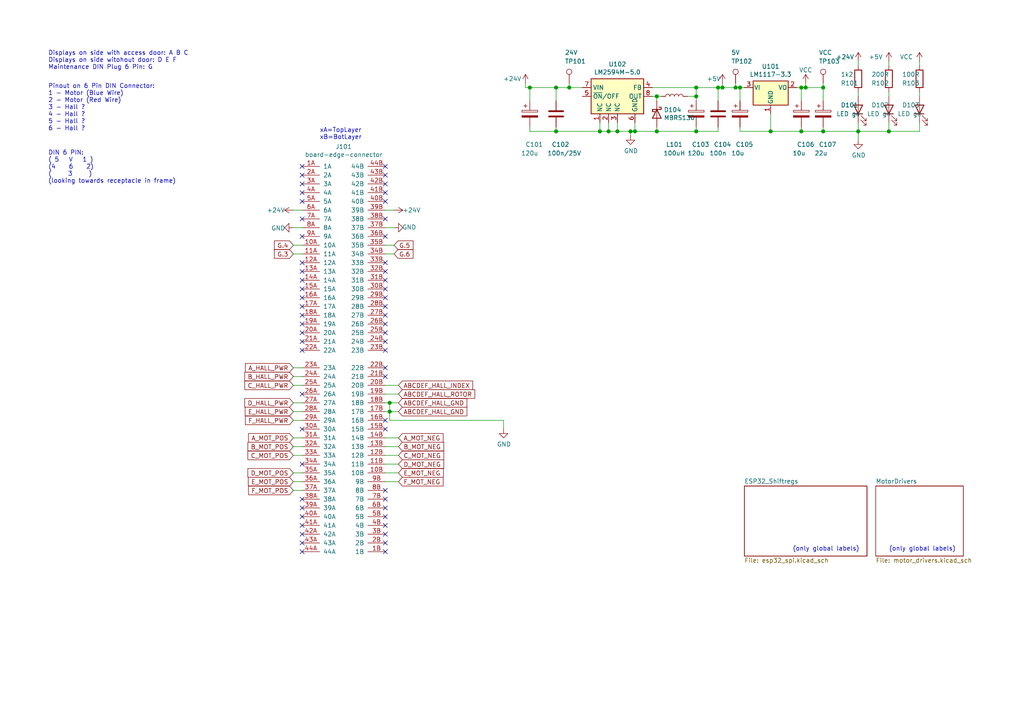
<source format=kicad_sch>
(kicad_sch (version 20201015) (generator eeschema)

  (paper "A4")

  (lib_symbols
    (symbol "Connector:TestPoint" (pin_numbers hide) (pin_names (offset 0.762) hide) (in_bom yes) (on_board yes)
      (property "Reference" "TP" (id 0) (at 0 6.858 0)
        (effects (font (size 1.27 1.27)))
      )
      (property "Value" "TestPoint" (id 1) (at 0 5.08 0)
        (effects (font (size 1.27 1.27)))
      )
      (property "Footprint" "" (id 2) (at 5.08 0 0)
        (effects (font (size 1.27 1.27)) hide)
      )
      (property "Datasheet" "~" (id 3) (at 5.08 0 0)
        (effects (font (size 1.27 1.27)) hide)
      )
      (property "ki_keywords" "test point tp" (id 4) (at 0 0 0)
        (effects (font (size 1.27 1.27)) hide)
      )
      (property "ki_description" "test point" (id 5) (at 0 0 0)
        (effects (font (size 1.27 1.27)) hide)
      )
      (property "ki_fp_filters" "Pin* Test*" (id 6) (at 0 0 0)
        (effects (font (size 1.27 1.27)) hide)
      )
      (symbol "TestPoint_0_1"
        (circle (center 0 3.302) (radius 0.762) (stroke (width 0)) (fill (type none)))
      )
      (symbol "TestPoint_1_1"
        (pin passive line (at 0 0 90) (length 2.54)
          (name "1" (effects (font (size 1.27 1.27))))
          (number "1" (effects (font (size 1.27 1.27))))
        )
      )
    )
    (symbol "Device:C" (pin_numbers hide) (pin_names (offset 0.254)) (in_bom yes) (on_board yes)
      (property "Reference" "C" (id 0) (at 0.635 2.54 0)
        (effects (font (size 1.27 1.27)) (justify left))
      )
      (property "Value" "C" (id 1) (at 0.635 -2.54 0)
        (effects (font (size 1.27 1.27)) (justify left))
      )
      (property "Footprint" "" (id 2) (at 0.9652 -3.81 0)
        (effects (font (size 1.27 1.27)) hide)
      )
      (property "Datasheet" "~" (id 3) (at 0 0 0)
        (effects (font (size 1.27 1.27)) hide)
      )
      (property "ki_keywords" "cap capacitor" (id 4) (at 0 0 0)
        (effects (font (size 1.27 1.27)) hide)
      )
      (property "ki_description" "Unpolarized capacitor" (id 5) (at 0 0 0)
        (effects (font (size 1.27 1.27)) hide)
      )
      (property "ki_fp_filters" "C_*" (id 6) (at 0 0 0)
        (effects (font (size 1.27 1.27)) hide)
      )
      (symbol "C_0_1"
        (polyline
          (pts
            (xy -2.032 -0.762)
            (xy 2.032 -0.762)
          )
          (stroke (width 0.508)) (fill (type none))
        )
        (polyline
          (pts
            (xy -2.032 0.762)
            (xy 2.032 0.762)
          )
          (stroke (width 0.508)) (fill (type none))
        )
      )
      (symbol "C_1_1"
        (pin passive line (at 0 3.81 270) (length 2.794)
          (name "~" (effects (font (size 1.27 1.27))))
          (number "1" (effects (font (size 1.27 1.27))))
        )
        (pin passive line (at 0 -3.81 90) (length 2.794)
          (name "~" (effects (font (size 1.27 1.27))))
          (number "2" (effects (font (size 1.27 1.27))))
        )
      )
    )
    (symbol "Device:CP" (pin_numbers hide) (pin_names (offset 0.254)) (in_bom yes) (on_board yes)
      (property "Reference" "C" (id 0) (at 0.635 2.54 0)
        (effects (font (size 1.27 1.27)) (justify left))
      )
      (property "Value" "CP" (id 1) (at 0.635 -2.54 0)
        (effects (font (size 1.27 1.27)) (justify left))
      )
      (property "Footprint" "" (id 2) (at 0.9652 -3.81 0)
        (effects (font (size 1.27 1.27)) hide)
      )
      (property "Datasheet" "~" (id 3) (at 0 0 0)
        (effects (font (size 1.27 1.27)) hide)
      )
      (property "ki_keywords" "cap capacitor" (id 4) (at 0 0 0)
        (effects (font (size 1.27 1.27)) hide)
      )
      (property "ki_description" "Polarized capacitor" (id 5) (at 0 0 0)
        (effects (font (size 1.27 1.27)) hide)
      )
      (property "ki_fp_filters" "CP_*" (id 6) (at 0 0 0)
        (effects (font (size 1.27 1.27)) hide)
      )
      (symbol "CP_0_1"
        (rectangle (start -2.286 0.508) (end 2.286 1.016)
          (stroke (width 0)) (fill (type none))
        )
        (rectangle (start 2.286 -0.508) (end -2.286 -1.016)
          (stroke (width 0)) (fill (type outline))
        )
        (polyline
          (pts
            (xy -1.778 2.286)
            (xy -0.762 2.286)
          )
          (stroke (width 0)) (fill (type none))
        )
        (polyline
          (pts
            (xy -1.27 2.794)
            (xy -1.27 1.778)
          )
          (stroke (width 0)) (fill (type none))
        )
      )
      (symbol "CP_1_1"
        (pin passive line (at 0 3.81 270) (length 2.794)
          (name "~" (effects (font (size 1.27 1.27))))
          (number "1" (effects (font (size 1.27 1.27))))
        )
        (pin passive line (at 0 -3.81 90) (length 2.794)
          (name "~" (effects (font (size 1.27 1.27))))
          (number "2" (effects (font (size 1.27 1.27))))
        )
      )
    )
    (symbol "Device:D_Schottky" (pin_numbers hide) (pin_names (offset 1.016) hide) (in_bom yes) (on_board yes)
      (property "Reference" "D" (id 0) (at 0 2.54 0)
        (effects (font (size 1.27 1.27)))
      )
      (property "Value" "D_Schottky" (id 1) (at 0 -2.54 0)
        (effects (font (size 1.27 1.27)))
      )
      (property "Footprint" "" (id 2) (at 0 0 0)
        (effects (font (size 1.27 1.27)) hide)
      )
      (property "Datasheet" "~" (id 3) (at 0 0 0)
        (effects (font (size 1.27 1.27)) hide)
      )
      (property "ki_keywords" "diode Schottky" (id 4) (at 0 0 0)
        (effects (font (size 1.27 1.27)) hide)
      )
      (property "ki_description" "Schottky diode" (id 5) (at 0 0 0)
        (effects (font (size 1.27 1.27)) hide)
      )
      (property "ki_fp_filters" "TO-???* *_Diode_* *SingleDiode* D_*" (id 6) (at 0 0 0)
        (effects (font (size 1.27 1.27)) hide)
      )
      (symbol "D_Schottky_0_1"
        (polyline
          (pts
            (xy 1.27 0)
            (xy -1.27 0)
          )
          (stroke (width 0)) (fill (type none))
        )
        (polyline
          (pts
            (xy 1.27 1.27)
            (xy 1.27 -1.27)
            (xy -1.27 0)
            (xy 1.27 1.27)
          )
          (stroke (width 0.254)) (fill (type none))
        )
        (polyline
          (pts
            (xy -1.905 0.635)
            (xy -1.905 1.27)
            (xy -1.27 1.27)
            (xy -1.27 -1.27)
            (xy -0.635 -1.27)
            (xy -0.635 -0.635)
          )
          (stroke (width 0.254)) (fill (type none))
        )
      )
      (symbol "D_Schottky_1_1"
        (pin passive line (at -3.81 0 0) (length 2.54)
          (name "K" (effects (font (size 1.27 1.27))))
          (number "1" (effects (font (size 1.27 1.27))))
        )
        (pin passive line (at 3.81 0 180) (length 2.54)
          (name "A" (effects (font (size 1.27 1.27))))
          (number "2" (effects (font (size 1.27 1.27))))
        )
      )
    )
    (symbol "Device:L" (pin_numbers hide) (pin_names (offset 1.016) hide) (in_bom yes) (on_board yes)
      (property "Reference" "L" (id 0) (at -1.27 0 90)
        (effects (font (size 1.27 1.27)))
      )
      (property "Value" "L" (id 1) (at 1.905 0 90)
        (effects (font (size 1.27 1.27)))
      )
      (property "Footprint" "" (id 2) (at 0 0 0)
        (effects (font (size 1.27 1.27)) hide)
      )
      (property "Datasheet" "~" (id 3) (at 0 0 0)
        (effects (font (size 1.27 1.27)) hide)
      )
      (property "ki_keywords" "inductor choke coil reactor magnetic" (id 4) (at 0 0 0)
        (effects (font (size 1.27 1.27)) hide)
      )
      (property "ki_description" "Inductor" (id 5) (at 0 0 0)
        (effects (font (size 1.27 1.27)) hide)
      )
      (property "ki_fp_filters" "Choke_* *Coil* Inductor_* L_*" (id 6) (at 0 0 0)
        (effects (font (size 1.27 1.27)) hide)
      )
      (symbol "L_0_1"
        (arc (start 0 -2.54) (end 0 -1.27) (radius (at 0 -1.905) (length 0.635) (angles -89.9 89.9))
          (stroke (width 0)) (fill (type none))
        )
        (arc (start 0 -1.27) (end 0 0) (radius (at 0 -0.635) (length 0.635) (angles -89.9 89.9))
          (stroke (width 0)) (fill (type none))
        )
        (arc (start 0 0) (end 0 1.27) (radius (at 0 0.635) (length 0.635) (angles -89.9 89.9))
          (stroke (width 0)) (fill (type none))
        )
        (arc (start 0 1.27) (end 0 2.54) (radius (at 0 1.905) (length 0.635) (angles -89.9 89.9))
          (stroke (width 0)) (fill (type none))
        )
      )
      (symbol "L_1_1"
        (pin passive line (at 0 3.81 270) (length 1.27)
          (name "1" (effects (font (size 1.27 1.27))))
          (number "1" (effects (font (size 1.27 1.27))))
        )
        (pin passive line (at 0 -3.81 90) (length 1.27)
          (name "2" (effects (font (size 1.27 1.27))))
          (number "2" (effects (font (size 1.27 1.27))))
        )
      )
    )
    (symbol "Device:LED" (pin_numbers hide) (pin_names (offset 1.016) hide) (in_bom yes) (on_board yes)
      (property "Reference" "D" (id 0) (at 0 2.54 0)
        (effects (font (size 1.27 1.27)))
      )
      (property "Value" "LED" (id 1) (at 0 -2.54 0)
        (effects (font (size 1.27 1.27)))
      )
      (property "Footprint" "" (id 2) (at 0 0 0)
        (effects (font (size 1.27 1.27)) hide)
      )
      (property "Datasheet" "~" (id 3) (at 0 0 0)
        (effects (font (size 1.27 1.27)) hide)
      )
      (property "ki_keywords" "LED diode" (id 4) (at 0 0 0)
        (effects (font (size 1.27 1.27)) hide)
      )
      (property "ki_description" "Light emitting diode" (id 5) (at 0 0 0)
        (effects (font (size 1.27 1.27)) hide)
      )
      (property "ki_fp_filters" "LED* LED_SMD:* LED_THT:*" (id 6) (at 0 0 0)
        (effects (font (size 1.27 1.27)) hide)
      )
      (symbol "LED_0_1"
        (polyline
          (pts
            (xy -1.27 -1.27)
            (xy -1.27 1.27)
          )
          (stroke (width 0.254)) (fill (type none))
        )
        (polyline
          (pts
            (xy -1.27 0)
            (xy 1.27 0)
          )
          (stroke (width 0)) (fill (type none))
        )
        (polyline
          (pts
            (xy 1.27 -1.27)
            (xy 1.27 1.27)
            (xy -1.27 0)
            (xy 1.27 -1.27)
          )
          (stroke (width 0.254)) (fill (type none))
        )
        (polyline
          (pts
            (xy -3.048 -0.762)
            (xy -4.572 -2.286)
            (xy -3.81 -2.286)
            (xy -4.572 -2.286)
            (xy -4.572 -1.524)
          )
          (stroke (width 0)) (fill (type none))
        )
        (polyline
          (pts
            (xy -1.778 -0.762)
            (xy -3.302 -2.286)
            (xy -2.54 -2.286)
            (xy -3.302 -2.286)
            (xy -3.302 -1.524)
          )
          (stroke (width 0)) (fill (type none))
        )
      )
      (symbol "LED_1_1"
        (pin passive line (at -3.81 0 0) (length 2.54)
          (name "K" (effects (font (size 1.27 1.27))))
          (number "1" (effects (font (size 1.27 1.27))))
        )
        (pin passive line (at 3.81 0 180) (length 2.54)
          (name "A" (effects (font (size 1.27 1.27))))
          (number "2" (effects (font (size 1.27 1.27))))
        )
      )
    )
    (symbol "Device:R" (pin_numbers hide) (pin_names (offset 0)) (in_bom yes) (on_board yes)
      (property "Reference" "R" (id 0) (at 2.032 0 90)
        (effects (font (size 1.27 1.27)))
      )
      (property "Value" "R" (id 1) (at 0 0 90)
        (effects (font (size 1.27 1.27)))
      )
      (property "Footprint" "" (id 2) (at -1.778 0 90)
        (effects (font (size 1.27 1.27)) hide)
      )
      (property "Datasheet" "~" (id 3) (at 0 0 0)
        (effects (font (size 1.27 1.27)) hide)
      )
      (property "ki_keywords" "R res resistor" (id 4) (at 0 0 0)
        (effects (font (size 1.27 1.27)) hide)
      )
      (property "ki_description" "Resistor" (id 5) (at 0 0 0)
        (effects (font (size 1.27 1.27)) hide)
      )
      (property "ki_fp_filters" "R_*" (id 6) (at 0 0 0)
        (effects (font (size 1.27 1.27)) hide)
      )
      (symbol "R_0_1"
        (rectangle (start -1.016 -2.54) (end 1.016 2.54)
          (stroke (width 0.254)) (fill (type none))
        )
      )
      (symbol "R_1_1"
        (pin passive line (at 0 3.81 270) (length 1.27)
          (name "~" (effects (font (size 1.27 1.27))))
          (number "1" (effects (font (size 1.27 1.27))))
        )
        (pin passive line (at 0 -3.81 90) (length 1.27)
          (name "~" (effects (font (size 1.27 1.27))))
          (number "2" (effects (font (size 1.27 1.27))))
        )
      )
    )
    (symbol "Regulator_Linear:LM1117-3.3" (pin_names (offset 0.254)) (in_bom yes) (on_board yes)
      (property "Reference" "U" (id 0) (at -3.81 3.175 0)
        (effects (font (size 1.27 1.27)))
      )
      (property "Value" "LM1117-3.3" (id 1) (at 0 3.175 0)
        (effects (font (size 1.27 1.27)) (justify left))
      )
      (property "Footprint" "" (id 2) (at 0 0 0)
        (effects (font (size 1.27 1.27)) hide)
      )
      (property "Datasheet" "http://www.ti.com/lit/ds/symlink/lm1117.pdf" (id 3) (at 0 0 0)
        (effects (font (size 1.27 1.27)) hide)
      )
      (property "ki_keywords" "linear regulator ldo fixed positive" (id 4) (at 0 0 0)
        (effects (font (size 1.27 1.27)) hide)
      )
      (property "ki_description" "800mA Low-Dropout Linear Regulator, 3.3V fixed output, TO-220/TO-252/TO-263/SOT-223" (id 5) (at 0 0 0)
        (effects (font (size 1.27 1.27)) hide)
      )
      (symbol "LM1117-3.3_0_1"
        (rectangle (start -5.08 -5.08) (end 5.08 1.905)
          (stroke (width 0.254)) (fill (type background))
        )
      )
      (symbol "LM1117-3.3_1_1"
        (pin power_in line (at 0 -7.62 90) (length 2.54)
          (name "GND" (effects (font (size 1.27 1.27))))
          (number "1" (effects (font (size 1.27 1.27))))
        )
        (pin power_out line (at 7.62 0 180) (length 2.54)
          (name "VO" (effects (font (size 1.27 1.27))))
          (number "2" (effects (font (size 1.27 1.27))))
        )
        (pin power_in line (at -7.62 0 0) (length 2.54)
          (name "VI" (effects (font (size 1.27 1.27))))
          (number "3" (effects (font (size 1.27 1.27))))
        )
      )
    )
    (symbol "Regulator_Switching:LM2594M-5.0" (in_bom yes) (on_board yes)
      (property "Reference" "U" (id 0) (at -7.62 6.35 0)
        (effects (font (size 1.27 1.27)) (justify left))
      )
      (property "Value" "LM2594M-5.0" (id 1) (at 0 6.35 0)
        (effects (font (size 1.27 1.27)) (justify left))
      )
      (property "Footprint" "Package_SO:SOIC-8_3.9x4.9mm_P1.27mm" (id 2) (at 5.08 -6.35 0)
        (effects (font (size 1.27 1.27) italic) (justify left) hide)
      )
      (property "Datasheet" "http://www.ti.com/lit/ds/symlink/lm2594.pdf" (id 3) (at 0 2.54 0)
        (effects (font (size 1.27 1.27)) hide)
      )
      (property "ki_keywords" "buck converter regulator step-down voltage simple switcher fixed" (id 4) (at 0 0 0)
        (effects (font (size 1.27 1.27)) hide)
      )
      (property "ki_description" "5.0V, 0.5A SIMPLE SWITCHER® Step-Down Voltage Regulator, Maximum VIN 45V, SOIC-8" (id 5) (at 0 0 0)
        (effects (font (size 1.27 1.27)) hide)
      )
      (symbol "LM2594M-5.0_0_1"
        (rectangle (start -7.62 5.08) (end 7.62 -5.08)
          (stroke (width 0.254)) (fill (type background))
        )
      )
      (symbol "LM2594M-5.0_1_1"
        (pin passive line (at -5.08 -7.62 90) (length 2.54)
          (name "NC" (effects (font (size 1.27 1.27))))
          (number "1" (effects (font (size 1.27 1.27))))
        )
        (pin passive line (at -2.54 -7.62 90) (length 2.54)
          (name "NC" (effects (font (size 1.27 1.27))))
          (number "2" (effects (font (size 1.27 1.27))))
        )
        (pin passive line (at 0 -7.62 90) (length 2.54)
          (name "NC" (effects (font (size 1.27 1.27))))
          (number "3" (effects (font (size 1.27 1.27))))
        )
        (pin input line (at 10.16 2.54 180) (length 2.54)
          (name "FB" (effects (font (size 1.27 1.27))))
          (number "4" (effects (font (size 1.27 1.27))))
        )
        (pin input line (at -10.16 0 0) (length 2.54)
          (name "~ON~/OFF" (effects (font (size 1.27 1.27))))
          (number "5" (effects (font (size 1.27 1.27))))
        )
        (pin power_in line (at 5.08 -7.62 90) (length 2.54)
          (name "GND" (effects (font (size 1.27 1.27))))
          (number "6" (effects (font (size 1.27 1.27))))
        )
        (pin power_in line (at -10.16 2.54 0) (length 2.54)
          (name "VIN" (effects (font (size 1.27 1.27))))
          (number "7" (effects (font (size 1.27 1.27))))
        )
        (pin output line (at 10.16 0 180) (length 2.54)
          (name "OUT" (effects (font (size 1.27 1.27))))
          (number "8" (effects (font (size 1.27 1.27))))
        )
      )
    )
    (symbol "autophon-nerdblatt:board-edge-connector" (pin_names (offset 1.016)) (in_bom yes) (on_board yes)
      (property "Reference" "J" (id 0) (at -3.81 59.69 0)
        (effects (font (size 1.27 1.27)))
      )
      (property "Value" "board-edge-connector" (id 1) (at -5.08 -58.42 0)
        (effects (font (size 1.27 1.27)))
      )
      (property "Footprint" "" (id 2) (at -12.7 -6.35 0)
        (effects (font (size 1.27 1.27)) hide)
      )
      (property "Datasheet" "" (id 3) (at -12.7 -6.35 0)
        (effects (font (size 1.27 1.27)) hide)
      )
      (symbol "board-edge-connector_1_1"
        (pin bidirectional line (at -12.7 33.02 0) (length 5.08)
          (name "10A" (effects (font (size 1.27 1.27))))
          (number "10A" (effects (font (size 1.27 1.27))))
        )
        (pin bidirectional line (at 11.43 -33.02 180) (length 5.08)
          (name "10B" (effects (font (size 1.27 1.27))))
          (number "10B" (effects (font (size 1.27 1.27))))
        )
        (pin bidirectional line (at -12.7 30.48 0) (length 5.08)
          (name "11A" (effects (font (size 1.27 1.27))))
          (number "11A" (effects (font (size 1.27 1.27))))
        )
        (pin bidirectional line (at 11.43 -30.48 180) (length 5.08)
          (name "11B" (effects (font (size 1.27 1.27))))
          (number "11B" (effects (font (size 1.27 1.27))))
        )
        (pin bidirectional line (at -12.7 27.94 0) (length 5.08)
          (name "12A" (effects (font (size 1.27 1.27))))
          (number "12A" (effects (font (size 1.27 1.27))))
        )
        (pin bidirectional line (at 11.43 -27.94 180) (length 5.08)
          (name "12B" (effects (font (size 1.27 1.27))))
          (number "12B" (effects (font (size 1.27 1.27))))
        )
        (pin bidirectional line (at -12.7 25.4 0) (length 5.08)
          (name "13A" (effects (font (size 1.27 1.27))))
          (number "13A" (effects (font (size 1.27 1.27))))
        )
        (pin bidirectional line (at 11.43 -25.4 180) (length 5.08)
          (name "13B" (effects (font (size 1.27 1.27))))
          (number "13B" (effects (font (size 1.27 1.27))))
        )
        (pin bidirectional line (at -12.7 22.86 0) (length 5.08)
          (name "14A" (effects (font (size 1.27 1.27))))
          (number "14A" (effects (font (size 1.27 1.27))))
        )
        (pin bidirectional line (at 11.43 -22.86 180) (length 5.08)
          (name "14B" (effects (font (size 1.27 1.27))))
          (number "14B" (effects (font (size 1.27 1.27))))
        )
        (pin bidirectional line (at -12.7 20.32 0) (length 5.08)
          (name "15A" (effects (font (size 1.27 1.27))))
          (number "15A" (effects (font (size 1.27 1.27))))
        )
        (pin bidirectional line (at 11.43 -20.32 180) (length 5.08)
          (name "15B" (effects (font (size 1.27 1.27))))
          (number "15B" (effects (font (size 1.27 1.27))))
        )
        (pin bidirectional line (at -12.7 17.78 0) (length 5.08)
          (name "16A" (effects (font (size 1.27 1.27))))
          (number "16A" (effects (font (size 1.27 1.27))))
        )
        (pin bidirectional line (at 11.43 -17.78 180) (length 5.08)
          (name "16B" (effects (font (size 1.27 1.27))))
          (number "16B" (effects (font (size 1.27 1.27))))
        )
        (pin bidirectional line (at -12.7 15.24 0) (length 5.08)
          (name "17A" (effects (font (size 1.27 1.27))))
          (number "17A" (effects (font (size 1.27 1.27))))
        )
        (pin bidirectional line (at 11.43 -15.24 180) (length 5.08)
          (name "17B" (effects (font (size 1.27 1.27))))
          (number "17B" (effects (font (size 1.27 1.27))))
        )
        (pin bidirectional line (at -12.7 12.7 0) (length 5.08)
          (name "18A" (effects (font (size 1.27 1.27))))
          (number "18A" (effects (font (size 1.27 1.27))))
        )
        (pin bidirectional line (at 11.43 -12.7 180) (length 5.08)
          (name "18B" (effects (font (size 1.27 1.27))))
          (number "18B" (effects (font (size 1.27 1.27))))
        )
        (pin bidirectional line (at -12.7 10.16 0) (length 5.08)
          (name "19A" (effects (font (size 1.27 1.27))))
          (number "19A" (effects (font (size 1.27 1.27))))
        )
        (pin bidirectional line (at 11.43 -10.16 180) (length 5.08)
          (name "19B" (effects (font (size 1.27 1.27))))
          (number "19B" (effects (font (size 1.27 1.27))))
        )
        (pin bidirectional line (at -12.7 55.88 0) (length 5.08)
          (name "1A" (effects (font (size 1.27 1.27))))
          (number "1A" (effects (font (size 1.27 1.27))))
        )
        (pin bidirectional line (at 11.43 -55.88 180) (length 5.08)
          (name "1B" (effects (font (size 1.27 1.27))))
          (number "1B" (effects (font (size 1.27 1.27))))
        )
        (pin bidirectional line (at -12.7 7.62 0) (length 5.08)
          (name "20A" (effects (font (size 1.27 1.27))))
          (number "20A" (effects (font (size 1.27 1.27))))
        )
        (pin bidirectional line (at 11.43 -7.62 180) (length 5.08)
          (name "20B" (effects (font (size 1.27 1.27))))
          (number "20B" (effects (font (size 1.27 1.27))))
        )
        (pin bidirectional line (at -12.7 5.08 0) (length 5.08)
          (name "21A" (effects (font (size 1.27 1.27))))
          (number "21A" (effects (font (size 1.27 1.27))))
        )
        (pin bidirectional line (at 11.43 -5.08 180) (length 5.08)
          (name "21B" (effects (font (size 1.27 1.27))))
          (number "21B" (effects (font (size 1.27 1.27))))
        )
        (pin bidirectional line (at -12.7 2.54 0) (length 5.08)
          (name "22A" (effects (font (size 1.27 1.27))))
          (number "22A" (effects (font (size 1.27 1.27))))
        )
        (pin bidirectional line (at 11.43 -2.54 180) (length 5.08)
          (name "22B" (effects (font (size 1.27 1.27))))
          (number "22B" (effects (font (size 1.27 1.27))))
        )
        (pin bidirectional line (at -12.7 -2.54 0) (length 5.08)
          (name "23A" (effects (font (size 1.27 1.27))))
          (number "23A" (effects (font (size 1.27 1.27))))
        )
        (pin bidirectional line (at 11.43 2.54 180) (length 5.08)
          (name "23B" (effects (font (size 1.27 1.27))))
          (number "23B" (effects (font (size 1.27 1.27))))
        )
        (pin bidirectional line (at -12.7 -5.08 0) (length 5.08)
          (name "24A" (effects (font (size 1.27 1.27))))
          (number "24A" (effects (font (size 1.27 1.27))))
        )
        (pin bidirectional line (at 11.43 5.08 180) (length 5.08)
          (name "24B" (effects (font (size 1.27 1.27))))
          (number "24B" (effects (font (size 1.27 1.27))))
        )
        (pin bidirectional line (at -12.7 -7.62 0) (length 5.08)
          (name "25A" (effects (font (size 1.27 1.27))))
          (number "25A" (effects (font (size 1.27 1.27))))
        )
        (pin bidirectional line (at 11.43 7.62 180) (length 5.08)
          (name "25B" (effects (font (size 1.27 1.27))))
          (number "25B" (effects (font (size 1.27 1.27))))
        )
        (pin bidirectional line (at -12.7 -10.16 0) (length 5.08)
          (name "26A" (effects (font (size 1.27 1.27))))
          (number "26A" (effects (font (size 1.27 1.27))))
        )
        (pin bidirectional line (at 11.43 10.16 180) (length 5.08)
          (name "26B" (effects (font (size 1.27 1.27))))
          (number "26B" (effects (font (size 1.27 1.27))))
        )
        (pin bidirectional line (at -12.7 -12.7 0) (length 5.08)
          (name "27A" (effects (font (size 1.27 1.27))))
          (number "27A" (effects (font (size 1.27 1.27))))
        )
        (pin bidirectional line (at 11.43 12.7 180) (length 5.08)
          (name "27B" (effects (font (size 1.27 1.27))))
          (number "27B" (effects (font (size 1.27 1.27))))
        )
        (pin bidirectional line (at -12.7 -15.24 0) (length 5.08)
          (name "28A" (effects (font (size 1.27 1.27))))
          (number "28A" (effects (font (size 1.27 1.27))))
        )
        (pin bidirectional line (at 11.43 15.24 180) (length 5.08)
          (name "28B" (effects (font (size 1.27 1.27))))
          (number "28B" (effects (font (size 1.27 1.27))))
        )
        (pin bidirectional line (at -12.7 -17.78 0) (length 5.08)
          (name "29A" (effects (font (size 1.27 1.27))))
          (number "29A" (effects (font (size 1.27 1.27))))
        )
        (pin bidirectional line (at 11.43 17.78 180) (length 5.08)
          (name "29B" (effects (font (size 1.27 1.27))))
          (number "29B" (effects (font (size 1.27 1.27))))
        )
        (pin bidirectional line (at -12.7 53.34 0) (length 5.08)
          (name "2A" (effects (font (size 1.27 1.27))))
          (number "2A" (effects (font (size 1.27 1.27))))
        )
        (pin bidirectional line (at 11.43 -53.34 180) (length 5.08)
          (name "2B" (effects (font (size 1.27 1.27))))
          (number "2B" (effects (font (size 1.27 1.27))))
        )
        (pin bidirectional line (at -12.7 -20.32 0) (length 5.08)
          (name "30A" (effects (font (size 1.27 1.27))))
          (number "30A" (effects (font (size 1.27 1.27))))
        )
        (pin bidirectional line (at 11.43 20.32 180) (length 5.08)
          (name "30B" (effects (font (size 1.27 1.27))))
          (number "30B" (effects (font (size 1.27 1.27))))
        )
        (pin bidirectional line (at -12.7 -22.86 0) (length 5.08)
          (name "31A" (effects (font (size 1.27 1.27))))
          (number "31A" (effects (font (size 1.27 1.27))))
        )
        (pin bidirectional line (at 11.43 22.86 180) (length 5.08)
          (name "31B" (effects (font (size 1.27 1.27))))
          (number "31B" (effects (font (size 1.27 1.27))))
        )
        (pin bidirectional line (at -12.7 -25.4 0) (length 5.08)
          (name "32A" (effects (font (size 1.27 1.27))))
          (number "32A" (effects (font (size 1.27 1.27))))
        )
        (pin bidirectional line (at 11.43 25.4 180) (length 5.08)
          (name "32B" (effects (font (size 1.27 1.27))))
          (number "32B" (effects (font (size 1.27 1.27))))
        )
        (pin bidirectional line (at -12.7 -27.94 0) (length 5.08)
          (name "33A" (effects (font (size 1.27 1.27))))
          (number "33A" (effects (font (size 1.27 1.27))))
        )
        (pin bidirectional line (at 11.43 27.94 180) (length 5.08)
          (name "33B" (effects (font (size 1.27 1.27))))
          (number "33B" (effects (font (size 1.27 1.27))))
        )
        (pin bidirectional line (at -12.7 -30.48 0) (length 5.08)
          (name "34A" (effects (font (size 1.27 1.27))))
          (number "34A" (effects (font (size 1.27 1.27))))
        )
        (pin bidirectional line (at 11.43 30.48 180) (length 5.08)
          (name "34B" (effects (font (size 1.27 1.27))))
          (number "34B" (effects (font (size 1.27 1.27))))
        )
        (pin bidirectional line (at -12.7 -33.02 0) (length 5.08)
          (name "35A" (effects (font (size 1.27 1.27))))
          (number "35A" (effects (font (size 1.27 1.27))))
        )
        (pin bidirectional line (at 11.43 33.02 180) (length 5.08)
          (name "35B" (effects (font (size 1.27 1.27))))
          (number "35B" (effects (font (size 1.27 1.27))))
        )
        (pin bidirectional line (at -12.7 -35.56 0) (length 5.08)
          (name "36A" (effects (font (size 1.27 1.27))))
          (number "36A" (effects (font (size 1.27 1.27))))
        )
        (pin bidirectional line (at 11.43 35.56 180) (length 5.08)
          (name "36B" (effects (font (size 1.27 1.27))))
          (number "36B" (effects (font (size 1.27 1.27))))
        )
        (pin bidirectional line (at -12.7 -38.1 0) (length 5.08)
          (name "37A" (effects (font (size 1.27 1.27))))
          (number "37A" (effects (font (size 1.27 1.27))))
        )
        (pin bidirectional line (at 11.43 38.1 180) (length 5.08)
          (name "37B" (effects (font (size 1.27 1.27))))
          (number "37B" (effects (font (size 1.27 1.27))))
        )
        (pin bidirectional line (at -12.7 -40.64 0) (length 5.08)
          (name "38A" (effects (font (size 1.27 1.27))))
          (number "38A" (effects (font (size 1.27 1.27))))
        )
        (pin bidirectional line (at 11.43 40.64 180) (length 5.08)
          (name "38B" (effects (font (size 1.27 1.27))))
          (number "38B" (effects (font (size 1.27 1.27))))
        )
        (pin bidirectional line (at -12.7 -43.18 0) (length 5.08)
          (name "39A" (effects (font (size 1.27 1.27))))
          (number "39A" (effects (font (size 1.27 1.27))))
        )
        (pin bidirectional line (at 11.43 43.18 180) (length 5.08)
          (name "39B" (effects (font (size 1.27 1.27))))
          (number "39B" (effects (font (size 1.27 1.27))))
        )
        (pin bidirectional line (at -12.7 50.8 0) (length 5.08)
          (name "3A" (effects (font (size 1.27 1.27))))
          (number "3A" (effects (font (size 1.27 1.27))))
        )
        (pin bidirectional line (at 11.43 -50.8 180) (length 5.08)
          (name "3B" (effects (font (size 1.27 1.27))))
          (number "3B" (effects (font (size 1.27 1.27))))
        )
        (pin bidirectional line (at -12.7 -45.72 0) (length 5.08)
          (name "40A" (effects (font (size 1.27 1.27))))
          (number "40A" (effects (font (size 1.27 1.27))))
        )
        (pin bidirectional line (at 11.43 45.72 180) (length 5.08)
          (name "40B" (effects (font (size 1.27 1.27))))
          (number "40B" (effects (font (size 1.27 1.27))))
        )
        (pin bidirectional line (at -12.7 -48.26 0) (length 5.08)
          (name "41A" (effects (font (size 1.27 1.27))))
          (number "41A" (effects (font (size 1.27 1.27))))
        )
        (pin bidirectional line (at 11.43 48.26 180) (length 5.08)
          (name "41B" (effects (font (size 1.27 1.27))))
          (number "41B" (effects (font (size 1.27 1.27))))
        )
        (pin bidirectional line (at -12.7 -50.8 0) (length 5.08)
          (name "42A" (effects (font (size 1.27 1.27))))
          (number "42A" (effects (font (size 1.27 1.27))))
        )
        (pin bidirectional line (at 11.43 50.8 180) (length 5.08)
          (name "42B" (effects (font (size 1.27 1.27))))
          (number "42B" (effects (font (size 1.27 1.27))))
        )
        (pin bidirectional line (at -12.7 -53.34 0) (length 5.08)
          (name "43A" (effects (font (size 1.27 1.27))))
          (number "43A" (effects (font (size 1.27 1.27))))
        )
        (pin bidirectional line (at 11.43 53.34 180) (length 5.08)
          (name "43B" (effects (font (size 1.27 1.27))))
          (number "43B" (effects (font (size 1.27 1.27))))
        )
        (pin bidirectional line (at -12.7 -55.88 0) (length 5.08)
          (name "44A" (effects (font (size 1.27 1.27))))
          (number "44A" (effects (font (size 1.27 1.27))))
        )
        (pin bidirectional line (at 11.43 55.88 180) (length 5.08)
          (name "44B" (effects (font (size 1.27 1.27))))
          (number "44B" (effects (font (size 1.27 1.27))))
        )
        (pin bidirectional line (at -12.7 48.26 0) (length 5.08)
          (name "4A" (effects (font (size 1.27 1.27))))
          (number "4A" (effects (font (size 1.27 1.27))))
        )
        (pin bidirectional line (at 11.43 -48.26 180) (length 5.08)
          (name "4B" (effects (font (size 1.27 1.27))))
          (number "4B" (effects (font (size 1.27 1.27))))
        )
        (pin bidirectional line (at -12.7 45.72 0) (length 5.08)
          (name "5A" (effects (font (size 1.27 1.27))))
          (number "5A" (effects (font (size 1.27 1.27))))
        )
        (pin bidirectional line (at 11.43 -45.72 180) (length 5.08)
          (name "5B" (effects (font (size 1.27 1.27))))
          (number "5B" (effects (font (size 1.27 1.27))))
        )
        (pin bidirectional line (at -12.7 43.18 0) (length 5.08)
          (name "6A" (effects (font (size 1.27 1.27))))
          (number "6A" (effects (font (size 1.27 1.27))))
        )
        (pin bidirectional line (at 11.43 -43.18 180) (length 5.08)
          (name "6B" (effects (font (size 1.27 1.27))))
          (number "6B" (effects (font (size 1.27 1.27))))
        )
        (pin bidirectional line (at -12.7 40.64 0) (length 5.08)
          (name "7A" (effects (font (size 1.27 1.27))))
          (number "7A" (effects (font (size 1.27 1.27))))
        )
        (pin bidirectional line (at 11.43 -40.64 180) (length 5.08)
          (name "7B" (effects (font (size 1.27 1.27))))
          (number "7B" (effects (font (size 1.27 1.27))))
        )
        (pin bidirectional line (at -12.7 38.1 0) (length 5.08)
          (name "8A" (effects (font (size 1.27 1.27))))
          (number "8A" (effects (font (size 1.27 1.27))))
        )
        (pin bidirectional line (at 11.43 -38.1 180) (length 5.08)
          (name "8B" (effects (font (size 1.27 1.27))))
          (number "8B" (effects (font (size 1.27 1.27))))
        )
        (pin bidirectional line (at -12.7 35.56 0) (length 5.08)
          (name "9A" (effects (font (size 1.27 1.27))))
          (number "9A" (effects (font (size 1.27 1.27))))
        )
        (pin bidirectional line (at 11.43 -35.56 180) (length 5.08)
          (name "9B" (effects (font (size 1.27 1.27))))
          (number "9B" (effects (font (size 1.27 1.27))))
        )
      )
    )
    (symbol "power:+24V" (power) (pin_names (offset 0)) (in_bom yes) (on_board yes)
      (property "Reference" "#PWR" (id 0) (at 0 -3.81 0)
        (effects (font (size 1.27 1.27)) hide)
      )
      (property "Value" "+24V" (id 1) (at 0 3.556 0)
        (effects (font (size 1.27 1.27)))
      )
      (property "Footprint" "" (id 2) (at 0 0 0)
        (effects (font (size 1.27 1.27)) hide)
      )
      (property "Datasheet" "" (id 3) (at 0 0 0)
        (effects (font (size 1.27 1.27)) hide)
      )
      (property "ki_keywords" "power-flag" (id 4) (at 0 0 0)
        (effects (font (size 1.27 1.27)) hide)
      )
      (property "ki_description" "Power symbol creates a global label with name \"+24V\"" (id 5) (at 0 0 0)
        (effects (font (size 1.27 1.27)) hide)
      )
      (symbol "+24V_0_1"
        (polyline
          (pts
            (xy -0.762 1.27)
            (xy 0 2.54)
          )
          (stroke (width 0)) (fill (type none))
        )
        (polyline
          (pts
            (xy 0 0)
            (xy 0 2.54)
          )
          (stroke (width 0)) (fill (type none))
        )
        (polyline
          (pts
            (xy 0 2.54)
            (xy 0.762 1.27)
          )
          (stroke (width 0)) (fill (type none))
        )
      )
      (symbol "+24V_1_1"
        (pin power_in line (at 0 0 90) (length 0) hide
          (name "+24V" (effects (font (size 1.27 1.27))))
          (number "1" (effects (font (size 1.27 1.27))))
        )
      )
    )
    (symbol "power:+5V" (power) (pin_names (offset 0)) (in_bom yes) (on_board yes)
      (property "Reference" "#PWR" (id 0) (at 0 -3.81 0)
        (effects (font (size 1.27 1.27)) hide)
      )
      (property "Value" "+5V" (id 1) (at 0 3.556 0)
        (effects (font (size 1.27 1.27)))
      )
      (property "Footprint" "" (id 2) (at 0 0 0)
        (effects (font (size 1.27 1.27)) hide)
      )
      (property "Datasheet" "" (id 3) (at 0 0 0)
        (effects (font (size 1.27 1.27)) hide)
      )
      (property "ki_keywords" "power-flag" (id 4) (at 0 0 0)
        (effects (font (size 1.27 1.27)) hide)
      )
      (property "ki_description" "Power symbol creates a global label with name \"+5V\"" (id 5) (at 0 0 0)
        (effects (font (size 1.27 1.27)) hide)
      )
      (symbol "+5V_0_1"
        (polyline
          (pts
            (xy -0.762 1.27)
            (xy 0 2.54)
          )
          (stroke (width 0)) (fill (type none))
        )
        (polyline
          (pts
            (xy 0 0)
            (xy 0 2.54)
          )
          (stroke (width 0)) (fill (type none))
        )
        (polyline
          (pts
            (xy 0 2.54)
            (xy 0.762 1.27)
          )
          (stroke (width 0)) (fill (type none))
        )
      )
      (symbol "+5V_1_1"
        (pin power_in line (at 0 0 90) (length 0) hide
          (name "+5V" (effects (font (size 1.27 1.27))))
          (number "1" (effects (font (size 1.27 1.27))))
        )
      )
    )
    (symbol "power:GND" (power) (pin_names (offset 0)) (in_bom yes) (on_board yes)
      (property "Reference" "#PWR" (id 0) (at 0 -6.35 0)
        (effects (font (size 1.27 1.27)) hide)
      )
      (property "Value" "GND" (id 1) (at 0 -3.81 0)
        (effects (font (size 1.27 1.27)))
      )
      (property "Footprint" "" (id 2) (at 0 0 0)
        (effects (font (size 1.27 1.27)) hide)
      )
      (property "Datasheet" "" (id 3) (at 0 0 0)
        (effects (font (size 1.27 1.27)) hide)
      )
      (property "ki_keywords" "power-flag" (id 4) (at 0 0 0)
        (effects (font (size 1.27 1.27)) hide)
      )
      (property "ki_description" "Power symbol creates a global label with name \"GND\" , ground" (id 5) (at 0 0 0)
        (effects (font (size 1.27 1.27)) hide)
      )
      (symbol "GND_0_1"
        (polyline
          (pts
            (xy 0 0)
            (xy 0 -1.27)
            (xy 1.27 -1.27)
            (xy 0 -2.54)
            (xy -1.27 -1.27)
            (xy 0 -1.27)
          )
          (stroke (width 0)) (fill (type none))
        )
      )
      (symbol "GND_1_1"
        (pin power_in line (at 0 0 270) (length 0) hide
          (name "GND" (effects (font (size 1.27 1.27))))
          (number "1" (effects (font (size 1.27 1.27))))
        )
      )
    )
    (symbol "power:VCC" (power) (pin_names (offset 0)) (in_bom yes) (on_board yes)
      (property "Reference" "#PWR" (id 0) (at 0 -3.81 0)
        (effects (font (size 1.27 1.27)) hide)
      )
      (property "Value" "VCC" (id 1) (at 0 3.81 0)
        (effects (font (size 1.27 1.27)))
      )
      (property "Footprint" "" (id 2) (at 0 0 0)
        (effects (font (size 1.27 1.27)) hide)
      )
      (property "Datasheet" "" (id 3) (at 0 0 0)
        (effects (font (size 1.27 1.27)) hide)
      )
      (property "ki_keywords" "power-flag" (id 4) (at 0 0 0)
        (effects (font (size 1.27 1.27)) hide)
      )
      (property "ki_description" "Power symbol creates a global label with name \"VCC\"" (id 5) (at 0 0 0)
        (effects (font (size 1.27 1.27)) hide)
      )
      (symbol "VCC_0_1"
        (polyline
          (pts
            (xy -0.762 1.27)
            (xy 0 2.54)
          )
          (stroke (width 0)) (fill (type none))
        )
        (polyline
          (pts
            (xy 0 0)
            (xy 0 2.54)
          )
          (stroke (width 0)) (fill (type none))
        )
        (polyline
          (pts
            (xy 0 2.54)
            (xy 0.762 1.27)
          )
          (stroke (width 0)) (fill (type none))
        )
      )
      (symbol "VCC_1_1"
        (pin power_in line (at 0 0 90) (length 0) hide
          (name "VCC" (effects (font (size 1.27 1.27))))
          (number "1" (effects (font (size 1.27 1.27))))
        )
      )
    )
  )

  (junction (at 113.03 116.84) (diameter 1.016) (color 0 0 0 0))
  (junction (at 113.03 119.38) (diameter 1.016) (color 0 0 0 0))
  (junction (at 153.67 25.4) (diameter 1.016) (color 0 0 0 0))
  (junction (at 161.29 25.4) (diameter 1.016) (color 0 0 0 0))
  (junction (at 161.29 38.1) (diameter 1.016) (color 0 0 0 0))
  (junction (at 165.1 25.4) (diameter 1.016) (color 0 0 0 0))
  (junction (at 173.99 38.1) (diameter 1.016) (color 0 0 0 0))
  (junction (at 176.53 38.1) (diameter 1.016) (color 0 0 0 0))
  (junction (at 179.07 38.1) (diameter 1.016) (color 0 0 0 0))
  (junction (at 182.88 38.1) (diameter 1.016) (color 0 0 0 0))
  (junction (at 184.15 38.1) (diameter 1.016) (color 0 0 0 0))
  (junction (at 190.5 27.94) (diameter 1.016) (color 0 0 0 0))
  (junction (at 190.5 38.1) (diameter 1.016) (color 0 0 0 0))
  (junction (at 201.93 25.4) (diameter 1.016) (color 0 0 0 0))
  (junction (at 201.93 27.94) (diameter 1.016) (color 0 0 0 0))
  (junction (at 201.93 38.1) (diameter 1.016) (color 0 0 0 0))
  (junction (at 208.28 25.4) (diameter 1.016) (color 0 0 0 0))
  (junction (at 209.55 25.4) (diameter 1.016) (color 0 0 0 0))
  (junction (at 213.36 25.4) (diameter 1.016) (color 0 0 0 0))
  (junction (at 214.63 25.4) (diameter 1.016) (color 0 0 0 0))
  (junction (at 223.52 38.1) (diameter 1.016) (color 0 0 0 0))
  (junction (at 232.41 25.4) (diameter 1.016) (color 0 0 0 0))
  (junction (at 232.41 38.1) (diameter 1.016) (color 0 0 0 0))
  (junction (at 233.68 25.4) (diameter 1.016) (color 0 0 0 0))
  (junction (at 238.76 25.4) (diameter 1.016) (color 0 0 0 0))
  (junction (at 238.76 38.1) (diameter 1.016) (color 0 0 0 0))
  (junction (at 248.92 38.1) (diameter 1.016) (color 0 0 0 0))
  (junction (at 257.81 38.1) (diameter 1.016) (color 0 0 0 0))

  (no_connect (at 87.63 147.32))
  (no_connect (at 111.76 106.68))
  (no_connect (at 87.63 93.98))
  (no_connect (at 87.63 63.5))
  (no_connect (at 111.76 154.94))
  (no_connect (at 111.76 63.5))
  (no_connect (at 87.63 96.52))
  (no_connect (at 87.63 157.48))
  (no_connect (at 87.63 152.4))
  (no_connect (at 87.63 124.46))
  (no_connect (at 111.76 124.46))
  (no_connect (at 111.76 160.02))
  (no_connect (at 111.76 101.6))
  (no_connect (at 87.63 149.86))
  (no_connect (at 87.63 91.44))
  (no_connect (at 111.76 86.36))
  (no_connect (at 111.76 157.48))
  (no_connect (at 111.76 91.44))
  (no_connect (at 111.76 121.92))
  (no_connect (at 111.76 76.2))
  (no_connect (at 87.63 81.28))
  (no_connect (at 87.63 88.9))
  (no_connect (at 111.76 83.82))
  (no_connect (at 87.63 78.74))
  (no_connect (at 111.76 58.42))
  (no_connect (at 111.76 147.32))
  (no_connect (at 111.76 109.22))
  (no_connect (at 87.63 76.2))
  (no_connect (at 111.76 152.4))
  (no_connect (at 87.63 58.42))
  (no_connect (at 111.76 88.9))
  (no_connect (at 87.63 144.78))
  (no_connect (at 87.63 83.82))
  (no_connect (at 87.63 53.34))
  (no_connect (at 111.76 144.78))
  (no_connect (at 111.76 48.26))
  (no_connect (at 111.76 99.06))
  (no_connect (at 87.63 55.88))
  (no_connect (at 111.76 50.8))
  (no_connect (at 111.76 149.86))
  (no_connect (at 111.76 55.88))
  (no_connect (at 87.63 86.36))
  (no_connect (at 87.63 114.3))
  (no_connect (at 111.76 81.28))
  (no_connect (at 111.76 93.98))
  (no_connect (at 111.76 78.74))
  (no_connect (at 111.76 68.58))
  (no_connect (at 87.63 68.58))
  (no_connect (at 87.63 134.62))
  (no_connect (at 111.76 142.24))
  (no_connect (at 87.63 99.06))
  (no_connect (at 87.63 50.8))
  (no_connect (at 87.63 154.94))
  (no_connect (at 111.76 53.34))
  (no_connect (at 87.63 48.26))
  (no_connect (at 111.76 96.52))
  (no_connect (at 87.63 160.02))
  (no_connect (at 87.63 101.6))

  (wire (pts (xy 85.09 60.96) (xy 87.63 60.96))
    (stroke (width 0) (type solid) (color 0 0 0 0))
  )
  (wire (pts (xy 85.09 66.04) (xy 87.63 66.04))
    (stroke (width 0) (type solid) (color 0 0 0 0))
  )
  (wire (pts (xy 85.09 71.12) (xy 87.63 71.12))
    (stroke (width 0) (type solid) (color 0 0 0 0))
  )
  (wire (pts (xy 85.09 73.66) (xy 87.63 73.66))
    (stroke (width 0) (type solid) (color 0 0 0 0))
  )
  (wire (pts (xy 85.09 106.68) (xy 87.63 106.68))
    (stroke (width 0) (type solid) (color 0 0 0 0))
  )
  (wire (pts (xy 85.09 109.22) (xy 87.63 109.22))
    (stroke (width 0) (type solid) (color 0 0 0 0))
  )
  (wire (pts (xy 85.09 111.76) (xy 87.63 111.76))
    (stroke (width 0) (type solid) (color 0 0 0 0))
  )
  (wire (pts (xy 85.09 116.84) (xy 87.63 116.84))
    (stroke (width 0) (type solid) (color 0 0 0 0))
  )
  (wire (pts (xy 85.09 119.38) (xy 87.63 119.38))
    (stroke (width 0) (type solid) (color 0 0 0 0))
  )
  (wire (pts (xy 85.09 121.92) (xy 87.63 121.92))
    (stroke (width 0) (type solid) (color 0 0 0 0))
  )
  (wire (pts (xy 85.09 127) (xy 87.63 127))
    (stroke (width 0) (type solid) (color 0 0 0 0))
  )
  (wire (pts (xy 85.09 129.54) (xy 87.63 129.54))
    (stroke (width 0) (type solid) (color 0 0 0 0))
  )
  (wire (pts (xy 85.09 132.08) (xy 87.63 132.08))
    (stroke (width 0) (type solid) (color 0 0 0 0))
  )
  (wire (pts (xy 85.09 137.16) (xy 87.63 137.16))
    (stroke (width 0) (type solid) (color 0 0 0 0))
  )
  (wire (pts (xy 85.09 139.7) (xy 87.63 139.7))
    (stroke (width 0) (type solid) (color 0 0 0 0))
  )
  (wire (pts (xy 85.09 142.24) (xy 87.63 142.24))
    (stroke (width 0) (type solid) (color 0 0 0 0))
  )
  (wire (pts (xy 111.76 60.96) (xy 114.3 60.96))
    (stroke (width 0) (type solid) (color 0 0 0 0))
  )
  (wire (pts (xy 111.76 66.04) (xy 114.3 66.04))
    (stroke (width 0) (type solid) (color 0 0 0 0))
  )
  (wire (pts (xy 111.76 71.12) (xy 114.3 71.12))
    (stroke (width 0) (type solid) (color 0 0 0 0))
  )
  (wire (pts (xy 111.76 73.66) (xy 114.3 73.66))
    (stroke (width 0) (type solid) (color 0 0 0 0))
  )
  (wire (pts (xy 111.76 111.76) (xy 115.57 111.76))
    (stroke (width 0) (type solid) (color 0 0 0 0))
  )
  (wire (pts (xy 111.76 114.3) (xy 115.57 114.3))
    (stroke (width 0) (type solid) (color 0 0 0 0))
  )
  (wire (pts (xy 111.76 116.84) (xy 113.03 116.84))
    (stroke (width 0) (type solid) (color 0 0 0 0))
  )
  (wire (pts (xy 111.76 119.38) (xy 113.03 119.38))
    (stroke (width 0) (type solid) (color 0 0 0 0))
  )
  (wire (pts (xy 111.76 127) (xy 115.57 127))
    (stroke (width 0) (type solid) (color 0 0 0 0))
  )
  (wire (pts (xy 111.76 129.54) (xy 115.57 129.54))
    (stroke (width 0) (type solid) (color 0 0 0 0))
  )
  (wire (pts (xy 111.76 132.08) (xy 115.57 132.08))
    (stroke (width 0) (type solid) (color 0 0 0 0))
  )
  (wire (pts (xy 111.76 134.62) (xy 115.57 134.62))
    (stroke (width 0) (type solid) (color 0 0 0 0))
  )
  (wire (pts (xy 111.76 137.16) (xy 115.57 137.16))
    (stroke (width 0) (type solid) (color 0 0 0 0))
  )
  (wire (pts (xy 111.76 139.7) (xy 115.57 139.7))
    (stroke (width 0) (type solid) (color 0 0 0 0))
  )
  (wire (pts (xy 113.03 116.84) (xy 113.03 119.38))
    (stroke (width 0) (type solid) (color 0 0 0 0))
  )
  (wire (pts (xy 113.03 116.84) (xy 115.57 116.84))
    (stroke (width 0) (type solid) (color 0 0 0 0))
  )
  (wire (pts (xy 113.03 119.38) (xy 113.03 121.92))
    (stroke (width 0) (type solid) (color 0 0 0 0))
  )
  (wire (pts (xy 113.03 119.38) (xy 115.57 119.38))
    (stroke (width 0) (type solid) (color 0 0 0 0))
  )
  (wire (pts (xy 113.03 121.92) (xy 146.05 121.92))
    (stroke (width 0) (type solid) (color 0 0 0 0))
  )
  (wire (pts (xy 146.05 121.92) (xy 146.05 124.46))
    (stroke (width 0) (type solid) (color 0 0 0 0))
  )
  (wire (pts (xy 152.4 24.13) (xy 152.4 25.4))
    (stroke (width 0) (type solid) (color 0 0 0 0))
  )
  (wire (pts (xy 152.4 25.4) (xy 153.67 25.4))
    (stroke (width 0) (type solid) (color 0 0 0 0))
  )
  (wire (pts (xy 153.67 25.4) (xy 161.29 25.4))
    (stroke (width 0) (type solid) (color 0 0 0 0))
  )
  (wire (pts (xy 153.67 29.21) (xy 153.67 25.4))
    (stroke (width 0) (type solid) (color 0 0 0 0))
  )
  (wire (pts (xy 153.67 36.83) (xy 153.67 38.1))
    (stroke (width 0) (type solid) (color 0 0 0 0))
  )
  (wire (pts (xy 153.67 38.1) (xy 161.29 38.1))
    (stroke (width 0) (type solid) (color 0 0 0 0))
  )
  (wire (pts (xy 161.29 25.4) (xy 165.1 25.4))
    (stroke (width 0) (type solid) (color 0 0 0 0))
  )
  (wire (pts (xy 161.29 29.21) (xy 161.29 25.4))
    (stroke (width 0) (type solid) (color 0 0 0 0))
  )
  (wire (pts (xy 161.29 36.83) (xy 161.29 38.1))
    (stroke (width 0) (type solid) (color 0 0 0 0))
  )
  (wire (pts (xy 161.29 38.1) (xy 173.99 38.1))
    (stroke (width 0) (type solid) (color 0 0 0 0))
  )
  (wire (pts (xy 165.1 24.13) (xy 165.1 25.4))
    (stroke (width 0) (type solid) (color 0 0 0 0))
  )
  (wire (pts (xy 165.1 25.4) (xy 168.91 25.4))
    (stroke (width 0) (type solid) (color 0 0 0 0))
  )
  (wire (pts (xy 173.99 35.56) (xy 173.99 38.1))
    (stroke (width 0) (type solid) (color 0 0 0 0))
  )
  (wire (pts (xy 173.99 38.1) (xy 176.53 38.1))
    (stroke (width 0) (type solid) (color 0 0 0 0))
  )
  (wire (pts (xy 176.53 35.56) (xy 176.53 38.1))
    (stroke (width 0) (type solid) (color 0 0 0 0))
  )
  (wire (pts (xy 176.53 38.1) (xy 179.07 38.1))
    (stroke (width 0) (type solid) (color 0 0 0 0))
  )
  (wire (pts (xy 179.07 35.56) (xy 179.07 38.1))
    (stroke (width 0) (type solid) (color 0 0 0 0))
  )
  (wire (pts (xy 179.07 38.1) (xy 182.88 38.1))
    (stroke (width 0) (type solid) (color 0 0 0 0))
  )
  (wire (pts (xy 182.88 38.1) (xy 184.15 38.1))
    (stroke (width 0) (type solid) (color 0 0 0 0))
  )
  (wire (pts (xy 182.88 39.37) (xy 182.88 38.1))
    (stroke (width 0) (type solid) (color 0 0 0 0))
  )
  (wire (pts (xy 184.15 38.1) (xy 184.15 35.56))
    (stroke (width 0) (type solid) (color 0 0 0 0))
  )
  (wire (pts (xy 184.15 38.1) (xy 190.5 38.1))
    (stroke (width 0) (type solid) (color 0 0 0 0))
  )
  (wire (pts (xy 189.23 25.4) (xy 201.93 25.4))
    (stroke (width 0) (type solid) (color 0 0 0 0))
  )
  (wire (pts (xy 189.23 27.94) (xy 190.5 27.94))
    (stroke (width 0) (type solid) (color 0 0 0 0))
  )
  (wire (pts (xy 190.5 27.94) (xy 190.5 29.21))
    (stroke (width 0) (type solid) (color 0 0 0 0))
  )
  (wire (pts (xy 190.5 27.94) (xy 191.77 27.94))
    (stroke (width 0) (type solid) (color 0 0 0 0))
  )
  (wire (pts (xy 190.5 36.83) (xy 190.5 38.1))
    (stroke (width 0) (type solid) (color 0 0 0 0))
  )
  (wire (pts (xy 190.5 38.1) (xy 201.93 38.1))
    (stroke (width 0) (type solid) (color 0 0 0 0))
  )
  (wire (pts (xy 199.39 27.94) (xy 201.93 27.94))
    (stroke (width 0) (type solid) (color 0 0 0 0))
  )
  (wire (pts (xy 201.93 25.4) (xy 208.28 25.4))
    (stroke (width 0) (type solid) (color 0 0 0 0))
  )
  (wire (pts (xy 201.93 27.94) (xy 201.93 25.4))
    (stroke (width 0) (type solid) (color 0 0 0 0))
  )
  (wire (pts (xy 201.93 29.21) (xy 201.93 27.94))
    (stroke (width 0) (type solid) (color 0 0 0 0))
  )
  (wire (pts (xy 201.93 36.83) (xy 201.93 38.1))
    (stroke (width 0) (type solid) (color 0 0 0 0))
  )
  (wire (pts (xy 201.93 38.1) (xy 208.28 38.1))
    (stroke (width 0) (type solid) (color 0 0 0 0))
  )
  (wire (pts (xy 208.28 25.4) (xy 209.55 25.4))
    (stroke (width 0) (type solid) (color 0 0 0 0))
  )
  (wire (pts (xy 208.28 29.21) (xy 208.28 25.4))
    (stroke (width 0) (type solid) (color 0 0 0 0))
  )
  (wire (pts (xy 208.28 38.1) (xy 208.28 36.83))
    (stroke (width 0) (type solid) (color 0 0 0 0))
  )
  (wire (pts (xy 209.55 25.4) (xy 209.55 24.13))
    (stroke (width 0) (type solid) (color 0 0 0 0))
  )
  (wire (pts (xy 209.55 25.4) (xy 213.36 25.4))
    (stroke (width 0) (type solid) (color 0 0 0 0))
  )
  (wire (pts (xy 213.36 24.13) (xy 213.36 25.4))
    (stroke (width 0) (type solid) (color 0 0 0 0))
  )
  (wire (pts (xy 213.36 25.4) (xy 214.63 25.4))
    (stroke (width 0) (type solid) (color 0 0 0 0))
  )
  (wire (pts (xy 214.63 25.4) (xy 215.9 25.4))
    (stroke (width 0) (type solid) (color 0 0 0 0))
  )
  (wire (pts (xy 214.63 29.21) (xy 214.63 25.4))
    (stroke (width 0) (type solid) (color 0 0 0 0))
  )
  (wire (pts (xy 214.63 38.1) (xy 214.63 36.83))
    (stroke (width 0) (type solid) (color 0 0 0 0))
  )
  (wire (pts (xy 214.63 38.1) (xy 223.52 38.1))
    (stroke (width 0) (type solid) (color 0 0 0 0))
  )
  (wire (pts (xy 223.52 38.1) (xy 223.52 33.02))
    (stroke (width 0) (type solid) (color 0 0 0 0))
  )
  (wire (pts (xy 223.52 38.1) (xy 232.41 38.1))
    (stroke (width 0) (type solid) (color 0 0 0 0))
  )
  (wire (pts (xy 231.14 25.4) (xy 232.41 25.4))
    (stroke (width 0) (type solid) (color 0 0 0 0))
  )
  (wire (pts (xy 232.41 25.4) (xy 233.68 25.4))
    (stroke (width 0) (type solid) (color 0 0 0 0))
  )
  (wire (pts (xy 232.41 29.21) (xy 232.41 25.4))
    (stroke (width 0) (type solid) (color 0 0 0 0))
  )
  (wire (pts (xy 232.41 38.1) (xy 232.41 36.83))
    (stroke (width 0) (type solid) (color 0 0 0 0))
  )
  (wire (pts (xy 232.41 38.1) (xy 238.76 38.1))
    (stroke (width 0) (type solid) (color 0 0 0 0))
  )
  (wire (pts (xy 233.68 24.13) (xy 233.68 25.4))
    (stroke (width 0) (type solid) (color 0 0 0 0))
  )
  (wire (pts (xy 233.68 25.4) (xy 238.76 25.4))
    (stroke (width 0) (type solid) (color 0 0 0 0))
  )
  (wire (pts (xy 238.76 24.13) (xy 238.76 25.4))
    (stroke (width 0) (type solid) (color 0 0 0 0))
  )
  (wire (pts (xy 238.76 25.4) (xy 238.76 29.21))
    (stroke (width 0) (type solid) (color 0 0 0 0))
  )
  (wire (pts (xy 238.76 38.1) (xy 238.76 36.83))
    (stroke (width 0) (type solid) (color 0 0 0 0))
  )
  (wire (pts (xy 238.76 38.1) (xy 248.92 38.1))
    (stroke (width 0) (type solid) (color 0 0 0 0))
  )
  (wire (pts (xy 248.92 17.78) (xy 248.92 19.05))
    (stroke (width 0) (type solid) (color 0 0 0 0))
  )
  (wire (pts (xy 248.92 26.67) (xy 248.92 27.94))
    (stroke (width 0) (type solid) (color 0 0 0 0))
  )
  (wire (pts (xy 248.92 35.56) (xy 248.92 38.1))
    (stroke (width 0) (type solid) (color 0 0 0 0))
  )
  (wire (pts (xy 248.92 38.1) (xy 248.92 40.64))
    (stroke (width 0) (type solid) (color 0 0 0 0))
  )
  (wire (pts (xy 248.92 38.1) (xy 257.81 38.1))
    (stroke (width 0) (type solid) (color 0 0 0 0))
  )
  (wire (pts (xy 257.81 17.78) (xy 257.81 19.05))
    (stroke (width 0) (type solid) (color 0 0 0 0))
  )
  (wire (pts (xy 257.81 26.67) (xy 257.81 27.94))
    (stroke (width 0) (type solid) (color 0 0 0 0))
  )
  (wire (pts (xy 257.81 35.56) (xy 257.81 38.1))
    (stroke (width 0) (type solid) (color 0 0 0 0))
  )
  (wire (pts (xy 257.81 38.1) (xy 266.7 38.1))
    (stroke (width 0) (type solid) (color 0 0 0 0))
  )
  (wire (pts (xy 266.7 17.78) (xy 266.7 19.05))
    (stroke (width 0) (type solid) (color 0 0 0 0))
  )
  (wire (pts (xy 266.7 26.67) (xy 266.7 27.94))
    (stroke (width 0) (type solid) (color 0 0 0 0))
  )
  (wire (pts (xy 266.7 38.1) (xy 266.7 35.56))
    (stroke (width 0) (type solid) (color 0 0 0 0))
  )

  (text "Displays on side with access door: A B C\nDisplays on side witohout door: D E F\nMaintenance DIN Plug 6 Pin: G"
    (at 13.97 20.32 0)
    (effects (font (size 1.27 1.27)) (justify left bottom))
  )
  (text "Pinout on 6 Pin DIN Connector: \n1 - Motor (Blue Wire)\n2 - Motor (Red Wire)\n3 - Hall ?\n4 - Hall ? \n5 - Hall ? \n6 - Hall ?"
    (at 13.97 38.1 0)
    (effects (font (size 1.27 1.27)) (justify left bottom))
  )
  (text "DIN 6 PIN:\n( 5   V   1 )\n(4    6    2)\n(     3     )\n(looking towards receptacle in frame)"
    (at 13.97 53.34 0)
    (effects (font (size 1.27 1.27)) (justify left bottom))
  )
  (text "xA=TopLayer\nxB=BotLayer" (at 92.71 40.64 0)
    (effects (font (size 1.27 1.27)) (justify left bottom))
  )
  (text "(only global labels)" (at 229.87 160.02 0)
    (effects (font (size 1.27 1.27)) (justify left bottom))
  )
  (text "(only global labels)" (at 257.81 160.02 0)
    (effects (font (size 1.27 1.27)) (justify left bottom))
  )

  (global_label "G.4" (shape input) (at 85.09 71.12 180)    (property "Intersheet References" "${INTERSHEET_REFS}" (id 0) (at 0 0 0)
      (effects (font (size 1.27 1.27)) hide)
    )

    (effects (font (size 1.27 1.27)) (justify right))
  )
  (global_label "G.3" (shape input) (at 85.09 73.66 180)    (property "Intersheet References" "${INTERSHEET_REFS}" (id 0) (at 0 0 0)
      (effects (font (size 1.27 1.27)) hide)
    )

    (effects (font (size 1.27 1.27)) (justify right))
  )
  (global_label "A_HALL_PWR" (shape input) (at 85.09 106.68 180)    (property "Intersheet References" "${INTERSHEET_REFS}" (id 0) (at 0 0 0)
      (effects (font (size 1.27 1.27)) hide)
    )

    (effects (font (size 1.27 1.27)) (justify right))
  )
  (global_label "B_HALL_PWR" (shape input) (at 85.09 109.22 180)    (property "Intersheet References" "${INTERSHEET_REFS}" (id 0) (at 0 0 0)
      (effects (font (size 1.27 1.27)) hide)
    )

    (effects (font (size 1.27 1.27)) (justify right))
  )
  (global_label "C_HALL_PWR" (shape input) (at 85.09 111.76 180)    (property "Intersheet References" "${INTERSHEET_REFS}" (id 0) (at 0 0 0)
      (effects (font (size 1.27 1.27)) hide)
    )

    (effects (font (size 1.27 1.27)) (justify right))
  )
  (global_label "D_HALL_PWR" (shape input) (at 85.09 116.84 180)    (property "Intersheet References" "${INTERSHEET_REFS}" (id 0) (at 0 0 0)
      (effects (font (size 1.27 1.27)) hide)
    )

    (effects (font (size 1.27 1.27)) (justify right))
  )
  (global_label "E_HALL_PWR" (shape input) (at 85.09 119.38 180)    (property "Intersheet References" "${INTERSHEET_REFS}" (id 0) (at 0 0 0)
      (effects (font (size 1.27 1.27)) hide)
    )

    (effects (font (size 1.27 1.27)) (justify right))
  )
  (global_label "F_HALL_PWR" (shape input) (at 85.09 121.92 180)    (property "Intersheet References" "${INTERSHEET_REFS}" (id 0) (at 0 0 0)
      (effects (font (size 1.27 1.27)) hide)
    )

    (effects (font (size 1.27 1.27)) (justify right))
  )
  (global_label "A_MOT_POS" (shape input) (at 85.09 127 180)    (property "Intersheet References" "${INTERSHEET_REFS}" (id 0) (at 0 0 0)
      (effects (font (size 1.27 1.27)) hide)
    )

    (effects (font (size 1.27 1.27)) (justify right))
  )
  (global_label "B_MOT_POS" (shape input) (at 85.09 129.54 180)    (property "Intersheet References" "${INTERSHEET_REFS}" (id 0) (at 0 0 0)
      (effects (font (size 1.27 1.27)) hide)
    )

    (effects (font (size 1.27 1.27)) (justify right))
  )
  (global_label "C_MOT_POS" (shape input) (at 85.09 132.08 180)    (property "Intersheet References" "${INTERSHEET_REFS}" (id 0) (at 0 0 0)
      (effects (font (size 1.27 1.27)) hide)
    )

    (effects (font (size 1.27 1.27)) (justify right))
  )
  (global_label "D_MOT_POS" (shape input) (at 85.09 137.16 180)    (property "Intersheet References" "${INTERSHEET_REFS}" (id 0) (at 0 0 0)
      (effects (font (size 1.27 1.27)) hide)
    )

    (effects (font (size 1.27 1.27)) (justify right))
  )
  (global_label "E_MOT_POS" (shape input) (at 85.09 139.7 180)    (property "Intersheet References" "${INTERSHEET_REFS}" (id 0) (at 0 0 0)
      (effects (font (size 1.27 1.27)) hide)
    )

    (effects (font (size 1.27 1.27)) (justify right))
  )
  (global_label "F_MOT_POS" (shape input) (at 85.09 142.24 180)    (property "Intersheet References" "${INTERSHEET_REFS}" (id 0) (at 70.5696 142.1606 0)
      (effects (font (size 1.27 1.27)) (justify right) hide)
    )

    (effects (font (size 1.27 1.27)) (justify right))
  )
  (global_label "G.5" (shape input) (at 114.3 71.12 0)    (property "Intersheet References" "${INTERSHEET_REFS}" (id 0) (at 0 0 0)
      (effects (font (size 1.27 1.27)) hide)
    )

    (effects (font (size 1.27 1.27)) (justify left))
  )
  (global_label "G.6" (shape input) (at 114.3 73.66 0)    (property "Intersheet References" "${INTERSHEET_REFS}" (id 0) (at 0 0 0)
      (effects (font (size 1.27 1.27)) hide)
    )

    (effects (font (size 1.27 1.27)) (justify left))
  )
  (global_label "ABCDEF_HALL_INDEX" (shape input) (at 115.57 111.76 0)    (property "Intersheet References" "${INTERSHEET_REFS}" (id 0) (at 0 0 0)
      (effects (font (size 1.27 1.27)) hide)
    )

    (effects (font (size 1.27 1.27)) (justify left))
  )
  (global_label "ABCDEF_HALL_ROTOR" (shape input) (at 115.57 114.3 0)    (property "Intersheet References" "${INTERSHEET_REFS}" (id 0) (at 0 0 0)
      (effects (font (size 1.27 1.27)) hide)
    )

    (effects (font (size 1.27 1.27)) (justify left))
  )
  (global_label "ABCDEF_HALL_GND" (shape input) (at 115.57 116.84 0)    (property "Intersheet References" "${INTERSHEET_REFS}" (id 0) (at 0 0 0)
      (effects (font (size 1.27 1.27)) hide)
    )

    (effects (font (size 1.27 1.27)) (justify left))
  )
  (global_label "ABCDEF_HALL_GND" (shape input) (at 115.57 119.38 0)    (property "Intersheet References" "${INTERSHEET_REFS}" (id 0) (at 0 0 0)
      (effects (font (size 1.27 1.27)) hide)
    )

    (effects (font (size 1.27 1.27)) (justify left))
  )
  (global_label "A_MOT_NEG" (shape input) (at 115.57 127 0)    (property "Intersheet References" "${INTERSHEET_REFS}" (id 0) (at 0 0 0)
      (effects (font (size 1.27 1.27)) hide)
    )

    (effects (font (size 1.27 1.27)) (justify left))
  )
  (global_label "B_MOT_NEG" (shape input) (at 115.57 129.54 0)    (property "Intersheet References" "${INTERSHEET_REFS}" (id 0) (at 0 0 0)
      (effects (font (size 1.27 1.27)) hide)
    )

    (effects (font (size 1.27 1.27)) (justify left))
  )
  (global_label "C_MOT_NEG" (shape input) (at 115.57 132.08 0)    (property "Intersheet References" "${INTERSHEET_REFS}" (id 0) (at 0 0 0)
      (effects (font (size 1.27 1.27)) hide)
    )

    (effects (font (size 1.27 1.27)) (justify left))
  )
  (global_label "D_MOT_NEG" (shape input) (at 115.57 134.62 0)    (property "Intersheet References" "${INTERSHEET_REFS}" (id 0) (at 0 0 0)
      (effects (font (size 1.27 1.27)) hide)
    )

    (effects (font (size 1.27 1.27)) (justify left))
  )
  (global_label "E_MOT_NEG" (shape input) (at 115.57 137.16 0)    (property "Intersheet References" "${INTERSHEET_REFS}" (id 0) (at 0 0 0)
      (effects (font (size 1.27 1.27)) hide)
    )

    (effects (font (size 1.27 1.27)) (justify left))
  )
  (global_label "F_MOT_NEG" (shape input) (at 115.57 139.7 0)    (property "Intersheet References" "${INTERSHEET_REFS}" (id 0) (at 0 0 0)
      (effects (font (size 1.27 1.27)) hide)
    )

    (effects (font (size 1.27 1.27)) (justify left))
  )

  (symbol (lib_id "Connector:TestPoint") (at 165.1 24.13 0) (unit 1)
    (in_bom yes) (on_board yes)
    (uuid "00000000-0000-0000-0000-0000602a508a")
    (property "Reference" "TP101" (id 0) (at 163.83 17.78 0)
      (effects (font (size 1.27 1.27)) (justify left))
    )
    (property "Value" "24V" (id 1) (at 163.83 15.24 0)
      (effects (font (size 1.27 1.27)) (justify left))
    )
    (property "Footprint" "TestPoint:TestPoint_Pad_1.5x1.5mm" (id 2) (at 170.18 24.13 0)
      (effects (font (size 1.27 1.27)) hide)
    )
    (property "Datasheet" "~" (id 3) (at 170.18 24.13 0)
      (effects (font (size 1.27 1.27)) hide)
    )
  )

  (symbol (lib_id "Connector:TestPoint") (at 213.36 24.13 0) (unit 1)
    (in_bom yes) (on_board yes)
    (uuid "00000000-0000-0000-0000-0000602a3afa")
    (property "Reference" "TP102" (id 0) (at 212.09 17.78 0)
      (effects (font (size 1.27 1.27)) (justify left))
    )
    (property "Value" "5V" (id 1) (at 212.09 15.24 0)
      (effects (font (size 1.27 1.27)) (justify left))
    )
    (property "Footprint" "TestPoint:TestPoint_Pad_1.5x1.5mm" (id 2) (at 218.44 24.13 0)
      (effects (font (size 1.27 1.27)) hide)
    )
    (property "Datasheet" "~" (id 3) (at 218.44 24.13 0)
      (effects (font (size 1.27 1.27)) hide)
    )
  )

  (symbol (lib_id "Connector:TestPoint") (at 238.76 24.13 0) (unit 1)
    (in_bom yes) (on_board yes)
    (uuid "00000000-0000-0000-0000-000060294d1c")
    (property "Reference" "TP103" (id 0) (at 237.49 17.78 0)
      (effects (font (size 1.27 1.27)) (justify left))
    )
    (property "Value" "VCC" (id 1) (at 237.49 15.24 0)
      (effects (font (size 1.27 1.27)) (justify left))
    )
    (property "Footprint" "TestPoint:TestPoint_Pad_1.5x1.5mm" (id 2) (at 243.84 24.13 0)
      (effects (font (size 1.27 1.27)) hide)
    )
    (property "Datasheet" "~" (id 3) (at 243.84 24.13 0)
      (effects (font (size 1.27 1.27)) hide)
    )
  )

  (symbol (lib_id "power:+24V") (at 85.09 60.96 90) (unit 1)
    (in_bom yes) (on_board yes)
    (uuid "4385a998-9287-4c26-9159-09733934777c")
    (property "Reference" "#PWR0109" (id 0) (at 88.9 60.96 0)
      (effects (font (size 1.27 1.27)) hide)
    )
    (property "Value" "+24V" (id 1) (at 80.01 60.96 90))
    (property "Footprint" "" (id 2) (at 85.09 60.96 0)
      (effects (font (size 1.27 1.27)) hide)
    )
    (property "Datasheet" "" (id 3) (at 85.09 60.96 0)
      (effects (font (size 1.27 1.27)) hide)
    )
  )

  (symbol (lib_id "power:+24V") (at 114.3 60.96 270) (unit 1)
    (in_bom yes) (on_board yes)
    (uuid "9e66ac77-6634-4d71-ad05-7921ce0c012e")
    (property "Reference" "#PWR04" (id 0) (at 110.49 60.96 0)
      (effects (font (size 1.27 1.27)) hide)
    )
    (property "Value" "+24V" (id 1) (at 119.38 60.96 90))
    (property "Footprint" "" (id 2) (at 114.3 60.96 0)
      (effects (font (size 1.27 1.27)) hide)
    )
    (property "Datasheet" "" (id 3) (at 114.3 60.96 0)
      (effects (font (size 1.27 1.27)) hide)
    )
  )

  (symbol (lib_id "power:+24V") (at 152.4 24.13 0) (unit 1)
    (in_bom yes) (on_board yes)
    (uuid "00000000-0000-0000-0000-00006024445b")
    (property "Reference" "#PWR0104" (id 0) (at 152.4 27.94 0)
      (effects (font (size 1.27 1.27)) hide)
    )
    (property "Value" "+24V" (id 1) (at 148.59 22.86 0))
    (property "Footprint" "" (id 2) (at 152.4 24.13 0)
      (effects (font (size 1.27 1.27)) hide)
    )
    (property "Datasheet" "" (id 3) (at 152.4 24.13 0)
      (effects (font (size 1.27 1.27)) hide)
    )
  )

  (symbol (lib_id "power:+5V") (at 209.55 24.13 0) (unit 1)
    (in_bom yes) (on_board yes)
    (uuid "00000000-0000-0000-0000-000060244464")
    (property "Reference" "#PWR0105" (id 0) (at 209.55 27.94 0)
      (effects (font (size 1.27 1.27)) hide)
    )
    (property "Value" "+5V" (id 1) (at 207.01 22.86 0))
    (property "Footprint" "" (id 2) (at 209.55 24.13 0)
      (effects (font (size 1.27 1.27)) hide)
    )
    (property "Datasheet" "" (id 3) (at 209.55 24.13 0)
      (effects (font (size 1.27 1.27)) hide)
    )
  )

  (symbol (lib_id "power:VCC") (at 233.68 24.13 0) (unit 1)
    (in_bom yes) (on_board yes)
    (uuid "00000000-0000-0000-0000-000060254ca9")
    (property "Reference" "#PWR0106" (id 0) (at 233.68 27.94 0)
      (effects (font (size 1.27 1.27)) hide)
    )
    (property "Value" "VCC" (id 1) (at 233.68 20.32 0))
    (property "Footprint" "" (id 2) (at 233.68 24.13 0)
      (effects (font (size 1.27 1.27)) hide)
    )
    (property "Datasheet" "" (id 3) (at 233.68 24.13 0)
      (effects (font (size 1.27 1.27)) hide)
    )
  )

  (symbol (lib_id "power:+24V") (at 248.92 17.78 0) (unit 1)
    (in_bom yes) (on_board yes)
    (uuid "00000000-0000-0000-0000-00006025b863")
    (property "Reference" "#PWR0101" (id 0) (at 248.92 21.59 0)
      (effects (font (size 1.27 1.27)) hide)
    )
    (property "Value" "+24V" (id 1) (at 245.11 16.51 0))
    (property "Footprint" "" (id 2) (at 248.92 17.78 0)
      (effects (font (size 1.27 1.27)) hide)
    )
    (property "Datasheet" "" (id 3) (at 248.92 17.78 0)
      (effects (font (size 1.27 1.27)) hide)
    )
  )

  (symbol (lib_id "power:+5V") (at 257.81 17.78 0) (unit 1)
    (in_bom yes) (on_board yes)
    (uuid "00000000-0000-0000-0000-000060292fdb")
    (property "Reference" "#PWR0102" (id 0) (at 257.81 21.59 0)
      (effects (font (size 1.27 1.27)) hide)
    )
    (property "Value" "+5V" (id 1) (at 254 16.51 0))
    (property "Footprint" "" (id 2) (at 257.81 17.78 0)
      (effects (font (size 1.27 1.27)) hide)
    )
    (property "Datasheet" "" (id 3) (at 257.81 17.78 0)
      (effects (font (size 1.27 1.27)) hide)
    )
  )

  (symbol (lib_id "power:VCC") (at 266.7 17.78 0) (unit 1)
    (in_bom yes) (on_board yes)
    (uuid "00000000-0000-0000-0000-000060292c1d")
    (property "Reference" "#PWR0103" (id 0) (at 266.7 21.59 0)
      (effects (font (size 1.27 1.27)) hide)
    )
    (property "Value" "VCC" (id 1) (at 262.89 16.51 0))
    (property "Footprint" "" (id 2) (at 266.7 17.78 0)
      (effects (font (size 1.27 1.27)) hide)
    )
    (property "Datasheet" "" (id 3) (at 266.7 17.78 0)
      (effects (font (size 1.27 1.27)) hide)
    )
  )

  (symbol (lib_id "Device:L") (at 195.58 27.94 90) (unit 1)
    (in_bom yes) (on_board yes)
    (uuid "00000000-0000-0000-0000-00006024446a")
    (property "Reference" "L101" (id 0) (at 195.58 41.91 90))
    (property "Value" "100uH" (id 1) (at 195.58 44.45 90))
    (property "Footprint" "Inductor_SMD:L_Bourns-SRN8040_8x8.15mm" (id 2) (at 195.58 27.94 0)
      (effects (font (size 1.27 1.27)) hide)
    )
    (property "Datasheet" "~" (id 3) (at 195.58 27.94 0)
      (effects (font (size 1.27 1.27)) hide)
    )
    (property "Distri" "Reichelt" (id 4) (at 195.58 27.94 0)
      (effects (font (size 1.27 1.27)) hide)
    )
    (property "Link" "https://www.reichelt.de/smd-power-induktivitaet-100-h-eaton-dr74-101-r-p245727.html?&trstct=pos_10&nbc=1" (id 5) (at 195.58 27.94 0)
      (effects (font (size 1.27 1.27)) hide)
    )
  )

  (symbol (lib_id "power:GND") (at 85.09 66.04 270) (unit 1)
    (in_bom yes) (on_board yes)
    (uuid "6ec89a68-91c5-4c8c-94de-3bbbf1e8c5db")
    (property "Reference" "#PWR0108" (id 0) (at 78.74 66.04 0)
      (effects (font (size 1.27 1.27)) hide)
    )
    (property "Value" "GND" (id 1) (at 80.6958 66.167 90))
    (property "Footprint" "" (id 2) (at 85.09 66.04 0)
      (effects (font (size 1.27 1.27)) hide)
    )
    (property "Datasheet" "" (id 3) (at 85.09 66.04 0)
      (effects (font (size 1.27 1.27)) hide)
    )
  )

  (symbol (lib_id "power:GND") (at 114.3 66.04 90) (unit 1)
    (in_bom yes) (on_board yes)
    (uuid "3794d916-2190-4399-8aa5-c5be246e67ae")
    (property "Reference" "#PWR05" (id 0) (at 120.65 66.04 0)
      (effects (font (size 1.27 1.27)) hide)
    )
    (property "Value" "GND" (id 1) (at 118.6942 65.913 90))
    (property "Footprint" "" (id 2) (at 114.3 66.04 0)
      (effects (font (size 1.27 1.27)) hide)
    )
    (property "Datasheet" "" (id 3) (at 114.3 66.04 0)
      (effects (font (size 1.27 1.27)) hide)
    )
  )

  (symbol (lib_id "power:GND") (at 146.05 124.46 0) (unit 1)
    (in_bom yes) (on_board yes)
    (uuid "d252edf9-263d-48ed-913b-9b77e019fe55")
    (property "Reference" "#PWR0110" (id 0) (at 146.05 130.81 0)
      (effects (font (size 1.27 1.27)) hide)
    )
    (property "Value" "GND" (id 1) (at 146.177 128.8542 0))
    (property "Footprint" "" (id 2) (at 146.05 124.46 0)
      (effects (font (size 1.27 1.27)) hide)
    )
    (property "Datasheet" "" (id 3) (at 146.05 124.46 0)
      (effects (font (size 1.27 1.27)) hide)
    )
  )

  (symbol (lib_id "power:GND") (at 182.88 39.37 0) (unit 1)
    (in_bom yes) (on_board yes)
    (uuid "00000000-0000-0000-0000-0000602626b3")
    (property "Reference" "#PWR0107" (id 0) (at 182.88 45.72 0)
      (effects (font (size 1.27 1.27)) hide)
    )
    (property "Value" "GND" (id 1) (at 183.007 43.7642 0))
    (property "Footprint" "" (id 2) (at 182.88 39.37 0)
      (effects (font (size 1.27 1.27)) hide)
    )
    (property "Datasheet" "" (id 3) (at 182.88 39.37 0)
      (effects (font (size 1.27 1.27)) hide)
    )
  )

  (symbol (lib_id "power:GND") (at 248.92 40.64 0) (unit 1)
    (in_bom yes) (on_board yes)
    (uuid "5e38f016-37c7-457d-b816-791fd7d0aff0")
    (property "Reference" "#PWR0113" (id 0) (at 248.92 46.99 0)
      (effects (font (size 1.27 1.27)) hide)
    )
    (property "Value" "GND" (id 1) (at 249.047 45.0342 0))
    (property "Footprint" "" (id 2) (at 248.92 40.64 0)
      (effects (font (size 1.27 1.27)) hide)
    )
    (property "Datasheet" "" (id 3) (at 248.92 40.64 0)
      (effects (font (size 1.27 1.27)) hide)
    )
  )

  (symbol (lib_id "Device:R") (at 248.92 22.86 0) (unit 1)
    (in_bom yes) (on_board yes)
    (uuid "00000000-0000-0000-0000-00006025e2b0")
    (property "Reference" "R101" (id 0) (at 243.84 24.13 0)
      (effects (font (size 1.27 1.27)) (justify left))
    )
    (property "Value" "1k2" (id 1) (at 243.84 21.59 0)
      (effects (font (size 1.27 1.27)) (justify left))
    )
    (property "Footprint" "Resistor_SMD:R_0603_1608Metric" (id 2) (at 247.142 22.86 90)
      (effects (font (size 1.27 1.27)) hide)
    )
    (property "Datasheet" "~" (id 3) (at 248.92 22.86 0)
      (effects (font (size 1.27 1.27)) hide)
    )
    (property "Distri" "Reichelt" (id 4) (at 248.92 22.86 0)
      (effects (font (size 1.27 1.27)) hide)
    )
    (property "Link" "https://www.reichelt.de/smd-widerstand-0603-1-2-kohm-100-mw-0-1--rd-resis-2-p192889.html?search=SMD-Widerstand%2C+0603%2C+1%2C2" (id 5) (at 248.92 22.86 0)
      (effects (font (size 1.27 1.27)) hide)
    )
  )

  (symbol (lib_id "Device:R") (at 257.81 22.86 0) (unit 1)
    (in_bom yes) (on_board yes)
    (uuid "00000000-0000-0000-0000-000060274de9")
    (property "Reference" "R102" (id 0) (at 252.73 24.13 0)
      (effects (font (size 1.27 1.27)) (justify left))
    )
    (property "Value" "200R" (id 1) (at 252.73 21.59 0)
      (effects (font (size 1.27 1.27)) (justify left))
    )
    (property "Footprint" "Resistor_SMD:R_0603_1608Metric" (id 2) (at 256.032 22.86 90)
      (effects (font (size 1.27 1.27)) hide)
    )
    (property "Datasheet" "~" (id 3) (at 257.81 22.86 0)
      (effects (font (size 1.27 1.27)) hide)
    )
    (property "Distri" "Reichelt" (id 4) (at 257.81 22.86 0)
      (effects (font (size 1.27 1.27)) hide)
    )
    (property "Link" "https://www.reichelt.de/smd-widerstand-0603-200-ohm-100-mw-1--rnd-0603-1-200-p183019.html?search=0603+200" (id 5) (at 257.81 22.86 0)
      (effects (font (size 1.27 1.27)) hide)
    )
  )

  (symbol (lib_id "Device:R") (at 266.7 22.86 0) (unit 1)
    (in_bom yes) (on_board yes)
    (uuid "00000000-0000-0000-0000-0000602835bc")
    (property "Reference" "R103" (id 0) (at 261.62 24.13 0)
      (effects (font (size 1.27 1.27)) (justify left))
    )
    (property "Value" "100R" (id 1) (at 261.62 21.59 0)
      (effects (font (size 1.27 1.27)) (justify left))
    )
    (property "Footprint" "Resistor_SMD:R_0603_1608Metric" (id 2) (at 264.922 22.86 90)
      (effects (font (size 1.27 1.27)) hide)
    )
    (property "Datasheet" "~" (id 3) (at 266.7 22.86 0)
      (effects (font (size 1.27 1.27)) hide)
    )
    (property "Distri" "Reichelt" (id 4) (at 266.7 22.86 0)
      (effects (font (size 1.27 1.27)) hide)
    )
    (property "Link" "https://www.reichelt.de/smd-widerstand-0603-100-ohm-100-mw-1--smd-0603-100-p89418.html?search=SMD-Widerstand%2C+0603%2C+100" (id 5) (at 266.7 22.86 0)
      (effects (font (size 1.27 1.27)) hide)
    )
  )

  (symbol (lib_id "Device:D_Schottky") (at 190.5 33.02 270) (unit 1)
    (in_bom yes) (on_board yes)
    (uuid "00000000-0000-0000-0000-00005fcb94b0")
    (property "Reference" "D104" (id 0) (at 192.532 31.8516 90)
      (effects (font (size 1.27 1.27)) (justify left))
    )
    (property "Value" "MBRS130" (id 1) (at 192.532 34.163 90)
      (effects (font (size 1.27 1.27)) (justify left))
    )
    (property "Footprint" "Diode_SMD:D_SMB" (id 2) (at 190.5 33.02 0)
      (effects (font (size 1.27 1.27)) hide)
    )
    (property "Datasheet" "~" (id 3) (at 190.5 33.02 0)
      (effects (font (size 1.27 1.27)) hide)
    )
    (property "Distri" "Reichelt" (id 4) (at 190.5 33.02 0)
      (effects (font (size 1.27 1.27)) hide)
    )
    (property "Link" "https://www.reichelt.de/schottky-barrier-gleichrichter-30v-1-0-a-do-214aa-smb-mbrs-130lt3g-ons-p219508.html?search=MBRS130" (id 5) (at 190.5 33.02 0)
      (effects (font (size 1.27 1.27)) hide)
    )
  )

  (symbol (lib_id "Device:LED") (at 248.92 31.75 90) (unit 1)
    (in_bom yes) (on_board yes)
    (uuid "00000000-0000-0000-0000-000060258ce7")
    (property "Reference" "D101" (id 0) (at 243.84 30.48 90)
      (effects (font (size 1.27 1.27)) (justify right))
    )
    (property "Value" "LED gn" (id 1) (at 242.57 33.02 90)
      (effects (font (size 1.27 1.27)) (justify right))
    )
    (property "Footprint" "LED_SMD:LED_0603_1608Metric" (id 2) (at 248.92 31.75 0)
      (effects (font (size 1.27 1.27)) hide)
    )
    (property "Datasheet" "~" (id 3) (at 248.92 31.75 0)
      (effects (font (size 1.27 1.27)) hide)
    )
    (property "Distri" "Reichelt" (id 4) (at 248.92 31.75 0)
      (effects (font (size 1.27 1.27)) hide)
    )
    (property "Link" "https://www.reichelt.de/smd-led-1608-0603-gruen-8-mcd-120--smd-led-0603-gn-p31433.html?&trstct=pos_2&nbc=1" (id 5) (at 248.92 31.75 0)
      (effects (font (size 1.27 1.27)) hide)
    )
  )

  (symbol (lib_id "Device:LED") (at 257.81 31.75 90) (unit 1)
    (in_bom yes) (on_board yes)
    (uuid "00000000-0000-0000-0000-000060274c8d")
    (property "Reference" "D102" (id 0) (at 252.73 30.48 90)
      (effects (font (size 1.27 1.27)) (justify right))
    )
    (property "Value" "LED gn" (id 1) (at 251.46 33.02 90)
      (effects (font (size 1.27 1.27)) (justify right))
    )
    (property "Footprint" "LED_SMD:LED_0603_1608Metric" (id 2) (at 257.81 31.75 0)
      (effects (font (size 1.27 1.27)) hide)
    )
    (property "Datasheet" "~" (id 3) (at 257.81 31.75 0)
      (effects (font (size 1.27 1.27)) hide)
    )
    (property "Distri" "Reichelt" (id 4) (at 257.81 31.75 0)
      (effects (font (size 1.27 1.27)) hide)
    )
    (property "Link" "https://www.reichelt.de/smd-led-1608-0603-gruen-8-mcd-120--smd-led-0603-gn-p31433.html?&trstct=pos_2&nbc=1" (id 5) (at 257.81 31.75 0)
      (effects (font (size 1.27 1.27)) hide)
    )
  )

  (symbol (lib_id "Device:LED") (at 266.7 31.75 90) (unit 1)
    (in_bom yes) (on_board yes)
    (uuid "00000000-0000-0000-0000-000060283430")
    (property "Reference" "D103" (id 0) (at 261.62 30.48 90)
      (effects (font (size 1.27 1.27)) (justify right))
    )
    (property "Value" "LED gn" (id 1) (at 260.35 33.02 90)
      (effects (font (size 1.27 1.27)) (justify right))
    )
    (property "Footprint" "LED_SMD:LED_0603_1608Metric" (id 2) (at 266.7 31.75 0)
      (effects (font (size 1.27 1.27)) hide)
    )
    (property "Datasheet" "~" (id 3) (at 266.7 31.75 0)
      (effects (font (size 1.27 1.27)) hide)
    )
    (property "Distri" "Reichelt" (id 4) (at 266.7 31.75 0)
      (effects (font (size 1.27 1.27)) hide)
    )
    (property "Link" "https://www.reichelt.de/smd-led-1608-0603-gruen-8-mcd-120--smd-led-0603-gn-p31433.html?&trstct=pos_2&nbc=1" (id 5) (at 266.7 31.75 0)
      (effects (font (size 1.27 1.27)) hide)
    )
  )

  (symbol (lib_id "Device:CP") (at 153.67 33.02 0) (unit 1)
    (in_bom yes) (on_board yes)
    (uuid "00000000-0000-0000-0000-00006024444a")
    (property "Reference" "C101" (id 0) (at 152.4 41.91 0)
      (effects (font (size 1.27 1.27)) (justify left))
    )
    (property "Value" "120u" (id 1) (at 151.13 44.45 0)
      (effects (font (size 1.27 1.27)) (justify left))
    )
    (property "Footprint" "Capacitor_SMD:CP_Elec_6.3x7.7" (id 2) (at 154.6352 36.83 0)
      (effects (font (size 1.27 1.27)) hide)
    )
    (property "Datasheet" "~" (id 3) (at 153.67 33.02 0)
      (effects (font (size 1.27 1.27)) hide)
    )
    (property "Distri" "Reichelt" (id 4) (at 153.67 33.02 0)
      (effects (font (size 1.27 1.27)) hide)
    )
    (property "Link" "https://www.reichelt.de/elko-smd-120-f-25v-2000h-low-esr-fk-120-35-sp-p175035.html?search=120uF" (id 5) (at 153.67 33.02 0)
      (effects (font (size 1.27 1.27)) hide)
    )
  )

  (symbol (lib_id "Device:C") (at 161.29 33.02 0) (unit 1)
    (in_bom yes) (on_board yes)
    (uuid "00000000-0000-0000-0000-000060244444")
    (property "Reference" "C102" (id 0) (at 160.02 41.91 0)
      (effects (font (size 1.27 1.27)) (justify left))
    )
    (property "Value" "100n/25V" (id 1) (at 158.75 44.45 0)
      (effects (font (size 1.27 1.27)) (justify left))
    )
    (property "Footprint" "Capacitor_SMD:C_0603_1608Metric" (id 2) (at 162.2552 36.83 0)
      (effects (font (size 1.27 1.27)) hide)
    )
    (property "Datasheet" "~" (id 3) (at 161.29 33.02 0)
      (effects (font (size 1.27 1.27)) hide)
    )
    (property "Distri" "Reichelt" (id 4) (at 161.29 33.02 0)
      (effects (font (size 1.27 1.27)) hide)
    )
    (property "Link" "https://www.reichelt.de/vielschicht-kerko-100nf-25v-85-c-kem-y5v0603-100n-p207005.html?&trstct=pos_0&nbc=1" (id 5) (at 161.29 33.02 0)
      (effects (font (size 1.27 1.27)) hide)
    )
  )

  (symbol (lib_id "Device:CP") (at 201.93 33.02 0) (unit 1)
    (in_bom yes) (on_board yes)
    (uuid "00000000-0000-0000-0000-000060244470")
    (property "Reference" "C103" (id 0) (at 200.66 41.91 0)
      (effects (font (size 1.27 1.27)) (justify left))
    )
    (property "Value" "120u" (id 1) (at 199.39 44.45 0)
      (effects (font (size 1.27 1.27)) (justify left))
    )
    (property "Footprint" "Capacitor_SMD:CP_Elec_6.3x7.7" (id 2) (at 202.8952 36.83 0)
      (effects (font (size 1.27 1.27)) hide)
    )
    (property "Datasheet" "~" (id 3) (at 201.93 33.02 0)
      (effects (font (size 1.27 1.27)) hide)
    )
    (property "Distri" "Reichelt" (id 4) (at 201.93 33.02 0)
      (effects (font (size 1.27 1.27)) hide)
    )
    (property "Link" "https://www.reichelt.de/elko-smd-120-f-25v-2000h-low-esr-fk-120-35-sp-p175035.html?search=120uF" (id 5) (at 201.93 33.02 0)
      (effects (font (size 1.27 1.27)) hide)
    )
  )

  (symbol (lib_id "Device:C") (at 208.28 33.02 0) (unit 1)
    (in_bom yes) (on_board yes)
    (uuid "00000000-0000-0000-0000-000060244476")
    (property "Reference" "C104" (id 0) (at 207.01 41.91 0)
      (effects (font (size 1.27 1.27)) (justify left))
    )
    (property "Value" "100n" (id 1) (at 205.74 44.45 0)
      (effects (font (size 1.27 1.27)) (justify left))
    )
    (property "Footprint" "Capacitor_SMD:C_0603_1608Metric" (id 2) (at 209.2452 36.83 0)
      (effects (font (size 1.27 1.27)) hide)
    )
    (property "Datasheet" "~" (id 3) (at 208.28 33.02 0)
      (effects (font (size 1.27 1.27)) hide)
    )
    (property "Distri" "Reichelt" (id 4) (at 208.28 33.02 0)
      (effects (font (size 1.27 1.27)) hide)
    )
    (property "Link" "https://www.reichelt.de/smd-vielschicht-keramikkondensator-100n-10--x7r-g0603-100n-p31873.html?&trstct=pos_1&nbc=1" (id 5) (at 208.28 33.02 0)
      (effects (font (size 1.27 1.27)) hide)
    )
  )

  (symbol (lib_id "Device:CP") (at 214.63 33.02 0) (unit 1)
    (in_bom yes) (on_board yes)
    (uuid "5c614946-3aba-4081-992f-f768606d0fcd")
    (property "Reference" "C105" (id 0) (at 213.36 41.91 0)
      (effects (font (size 1.27 1.27)) (justify left))
    )
    (property "Value" "10u" (id 1) (at 212.09 44.45 0)
      (effects (font (size 1.27 1.27)) (justify left))
    )
    (property "Footprint" "Capacitor_SMD:C_2512_6332Metric" (id 2) (at 215.5952 36.83 0)
      (effects (font (size 1.27 1.27)) hide)
    )
    (property "Datasheet" "~" (id 3) (at 214.63 33.02 0)
      (effects (font (size 1.27 1.27)) hide)
    )
    (property "Distri" "Reichelt" (id 4) (at 214.63 33.02 0)
      (effects (font (size 1.27 1.27)) hide)
    )
    (property "Link" "https://www.reichelt.de/smd-tantal-10-f-25v-125-c-t491c-10u-25-p206470.html?search=10u" (id 5) (at 214.63 33.02 0)
      (effects (font (size 1.27 1.27)) hide)
    )
  )

  (symbol (lib_id "Device:CP") (at 232.41 33.02 0) (unit 1)
    (in_bom yes) (on_board yes)
    (uuid "d7d46e7a-6130-42ef-a405-3aa2a8b9732d")
    (property "Reference" "C106" (id 0) (at 231.14 41.91 0)
      (effects (font (size 1.27 1.27)) (justify left))
    )
    (property "Value" "10u" (id 1) (at 229.87 44.45 0)
      (effects (font (size 1.27 1.27)) (justify left))
    )
    (property "Footprint" "Capacitor_SMD:C_2512_6332Metric" (id 2) (at 233.3752 36.83 0)
      (effects (font (size 1.27 1.27)) hide)
    )
    (property "Datasheet" "~" (id 3) (at 232.41 33.02 0)
      (effects (font (size 1.27 1.27)) hide)
    )
    (property "Distri" "Reichelt" (id 4) (at 232.41 33.02 0)
      (effects (font (size 1.27 1.27)) hide)
    )
    (property "Link" "https://www.reichelt.de/smd-tantal-10-f-25v-125-c-t491c-10u-25-p206470.html?search=10u" (id 5) (at 232.41 33.02 0)
      (effects (font (size 1.27 1.27)) hide)
    )
  )

  (symbol (lib_id "Device:CP") (at 238.76 33.02 0) (unit 1)
    (in_bom yes) (on_board yes)
    (uuid "00000000-0000-0000-0000-00006026b486")
    (property "Reference" "C107" (id 0) (at 237.49 41.91 0)
      (effects (font (size 1.27 1.27)) (justify left))
    )
    (property "Value" "22u" (id 1) (at 236.22 44.45 0)
      (effects (font (size 1.27 1.27)) (justify left))
    )
    (property "Footprint" "Capacitor_SMD:C_Elec_4x5.8" (id 2) (at 239.7252 36.83 0)
      (effects (font (size 1.27 1.27)) hide)
    )
    (property "Datasheet" "~" (id 3) (at 238.76 33.02 0)
      (effects (font (size 1.27 1.27)) hide)
    )
    (property "Distri" "Reichelt" (id 4) (at 238.76 33.02 0)
      (effects (font (size 1.27 1.27)) hide)
    )
    (property "Link" "https://www.reichelt.de/elko-smd-22-f-10v-105-c-2000h-low-esr-fk-v-22u-10-p200130.html?&trstct=pol_4&nbc=1" (id 5) (at 238.76 33.02 0)
      (effects (font (size 1.27 1.27)) hide)
    )
  )

  (symbol (lib_id "Regulator_Linear:LM1117-3.3") (at 223.52 25.4 0) (unit 1)
    (in_bom yes) (on_board yes)
    (uuid "5cffa9ed-e9ee-46ac-9c4a-884920746fe0")
    (property "Reference" "U101" (id 0) (at 223.52 19.2848 0))
    (property "Value" "LM1117-3.3" (id 1) (at 223.52 21.5835 0))
    (property "Footprint" "Package_TO_SOT_SMD:SOT-223-3_TabPin2" (id 2) (at 223.52 25.4 0)
      (effects (font (size 1.27 1.27)) hide)
    )
    (property "Datasheet" "http://www.ti.com/lit/ds/symlink/lm1117.pdf" (id 3) (at 223.52 25.4 0)
      (effects (font (size 1.27 1.27)) hide)
    )
    (property "Distri" "Reichelt" (id 4) (at 223.52 25.4 0)
      (effects (font (size 1.27 1.27)) hide)
    )
    (property "Link" "https://www.reichelt.de/ldo-spannungsregler-fix-3-3-v-800ma-sot-223-lm-1117-imp-3-3-p187600.html?&trstct=pos_6&nbc=1" (id 5) (at 223.52 25.4 0)
      (effects (font (size 1.27 1.27)) hide)
    )
  )

  (symbol (lib_id "Regulator_Switching:LM2594M-5.0") (at 179.07 27.94 0) (unit 1)
    (in_bom yes) (on_board yes)
    (uuid "00000000-0000-0000-0000-00006024443e")
    (property "Reference" "U102" (id 0) (at 179.07 18.6182 0))
    (property "Value" "LM2594M-5.0" (id 1) (at 179.07 20.9296 0))
    (property "Footprint" "Package_SO:SO-8_3.9x4.9mm_P1.27mm" (id 2) (at 184.15 34.29 0)
      (effects (font (size 1.27 1.27) italic) (justify left) hide)
    )
    (property "Datasheet" "http://www.ti.com/lit/ds/symlink/lm2594.pdf" (id 3) (at 179.07 25.4 0)
      (effects (font (size 1.27 1.27)) hide)
    )
    (property "Distri" "Reichelt" (id 4) (at 179.07 27.94 0)
      (effects (font (size 1.27 1.27)) hide)
    )
    (property "Link" "https://www.reichelt.de/dc-dc-abwaerts-schaltregler-adj-500-ma-1-2--37-vout-so-8-lm-2594-m-adj-p109362.html?&trstct=pos_0&nbc=1" (id 5) (at 179.07 27.94 0)
      (effects (font (size 1.27 1.27)) hide)
    )
  )

  (symbol (lib_id "autophon-nerdblatt:board-edge-connector") (at 100.33 104.14 0) (unit 1)
    (in_bom yes) (on_board yes)
    (uuid "00000000-0000-0000-0000-00005f2d34b4")
    (property "Reference" "J101" (id 0) (at 99.695 42.545 0))
    (property "Value" "board-edge-connector" (id 1) (at 99.695 44.8564 0))
    (property "Footprint" "autophon-nerdblatt:autophon-pcb-edge-connector" (id 2) (at 87.63 110.49 0)
      (effects (font (size 1.27 1.27)) hide)
    )
    (property "Datasheet" "" (id 3) (at 87.63 110.49 0)
      (effects (font (size 1.27 1.27)) hide)
    )
  )

  (sheet (at 215.9 140.97) (size 35.56 20.32)
    (stroke (width 0) (type solid) (color 0 0 0 0))
    (fill (color 0 0 0 0.0000))
    (uuid 00000000-0000-0000-0000-000060348af3)
    (property "Schaltplanname" "ESP32_Shiftregs" (id 0) (at 215.9 140.3345 0)
      (effects (font (size 1.27 1.27)) (justify left bottom))
    )
    (property "Dateiname Blatt" "esp32_spi.kicad_sch" (id 1) (at 215.9 161.7985 0)
      (effects (font (size 1.27 1.27)) (justify left top))
    )
  )

  (sheet (at 254 140.97) (size 25.4 20.32)
    (stroke (width 0) (type solid) (color 0 0 0 0))
    (fill (color 0 0 0 0.0000))
    (uuid 00000000-0000-0000-0000-00005fcc89cf)
    (property "Schaltplanname" "MotorDrivers" (id 0) (at 254 140.3345 0)
      (effects (font (size 1.27 1.27)) (justify left bottom))
    )
    (property "Dateiname Blatt" "motor_drivers.kicad_sch" (id 1) (at 254 161.7985 0)
      (effects (font (size 1.27 1.27)) (justify left top))
    )
  )

  (sheet_instances
    (path "/" (page "1"))
    (path "/00000000-0000-0000-0000-000060348af3/" (page "2"))
    (path "/00000000-0000-0000-0000-00005fcc89cf/" (page "3"))
  )

  (symbol_instances
    (path "/9e66ac77-6634-4d71-ad05-7921ce0c012e"
      (reference "#PWR04") (unit 1) (value "+24V") (footprint "")
    )
    (path "/3794d916-2190-4399-8aa5-c5be246e67ae"
      (reference "#PWR05") (unit 1) (value "GND") (footprint "")
    )
    (path "/00000000-0000-0000-0000-00006025b863"
      (reference "#PWR0101") (unit 1) (value "+24V") (footprint "")
    )
    (path "/00000000-0000-0000-0000-000060292fdb"
      (reference "#PWR0102") (unit 1) (value "+5V") (footprint "")
    )
    (path "/00000000-0000-0000-0000-000060292c1d"
      (reference "#PWR0103") (unit 1) (value "VCC") (footprint "")
    )
    (path "/00000000-0000-0000-0000-00006024445b"
      (reference "#PWR0104") (unit 1) (value "+24V") (footprint "")
    )
    (path "/00000000-0000-0000-0000-000060244464"
      (reference "#PWR0105") (unit 1) (value "+5V") (footprint "")
    )
    (path "/00000000-0000-0000-0000-000060254ca9"
      (reference "#PWR0106") (unit 1) (value "VCC") (footprint "")
    )
    (path "/00000000-0000-0000-0000-0000602626b3"
      (reference "#PWR0107") (unit 1) (value "GND") (footprint "")
    )
    (path "/6ec89a68-91c5-4c8c-94de-3bbbf1e8c5db"
      (reference "#PWR0108") (unit 1) (value "GND") (footprint "")
    )
    (path "/4385a998-9287-4c26-9159-09733934777c"
      (reference "#PWR0109") (unit 1) (value "+24V") (footprint "")
    )
    (path "/d252edf9-263d-48ed-913b-9b77e019fe55"
      (reference "#PWR0110") (unit 1) (value "GND") (footprint "")
    )
    (path "/5e38f016-37c7-457d-b816-791fd7d0aff0"
      (reference "#PWR0113") (unit 1) (value "GND") (footprint "")
    )
    (path "/00000000-0000-0000-0000-00006024444a"
      (reference "C101") (unit 1) (value "120u") (footprint "Capacitor_SMD:CP_Elec_6.3x7.7")
    )
    (path "/00000000-0000-0000-0000-000060244444"
      (reference "C102") (unit 1) (value "100n/25V") (footprint "Capacitor_SMD:C_0603_1608Metric")
    )
    (path "/00000000-0000-0000-0000-000060244470"
      (reference "C103") (unit 1) (value "120u") (footprint "Capacitor_SMD:CP_Elec_6.3x7.7")
    )
    (path "/00000000-0000-0000-0000-000060244476"
      (reference "C104") (unit 1) (value "100n") (footprint "Capacitor_SMD:C_0603_1608Metric")
    )
    (path "/5c614946-3aba-4081-992f-f768606d0fcd"
      (reference "C105") (unit 1) (value "10u") (footprint "Capacitor_SMD:C_2512_6332Metric")
    )
    (path "/d7d46e7a-6130-42ef-a405-3aa2a8b9732d"
      (reference "C106") (unit 1) (value "10u") (footprint "Capacitor_SMD:C_2512_6332Metric")
    )
    (path "/00000000-0000-0000-0000-00006026b486"
      (reference "C107") (unit 1) (value "22u") (footprint "Capacitor_SMD:C_Elec_4x5.8")
    )
    (path "/00000000-0000-0000-0000-000060258ce7"
      (reference "D101") (unit 1) (value "LED gn") (footprint "LED_SMD:LED_0603_1608Metric")
    )
    (path "/00000000-0000-0000-0000-000060274c8d"
      (reference "D102") (unit 1) (value "LED gn") (footprint "LED_SMD:LED_0603_1608Metric")
    )
    (path "/00000000-0000-0000-0000-000060283430"
      (reference "D103") (unit 1) (value "LED gn") (footprint "LED_SMD:LED_0603_1608Metric")
    )
    (path "/00000000-0000-0000-0000-00005fcb94b0"
      (reference "D104") (unit 1) (value "MBRS130") (footprint "Diode_SMD:D_SMB")
    )
    (path "/00000000-0000-0000-0000-00005f2d34b4"
      (reference "J101") (unit 1) (value "board-edge-connector") (footprint "autophon-nerdblatt:autophon-pcb-edge-connector")
    )
    (path "/00000000-0000-0000-0000-00006024446a"
      (reference "L101") (unit 1) (value "100uH") (footprint "Inductor_SMD:L_Bourns-SRN8040_8x8.15mm")
    )
    (path "/00000000-0000-0000-0000-00006025e2b0"
      (reference "R101") (unit 1) (value "1k2") (footprint "Resistor_SMD:R_0603_1608Metric")
    )
    (path "/00000000-0000-0000-0000-000060274de9"
      (reference "R102") (unit 1) (value "200R") (footprint "Resistor_SMD:R_0603_1608Metric")
    )
    (path "/00000000-0000-0000-0000-0000602835bc"
      (reference "R103") (unit 1) (value "100R") (footprint "Resistor_SMD:R_0603_1608Metric")
    )
    (path "/00000000-0000-0000-0000-0000602a508a"
      (reference "TP101") (unit 1) (value "24V") (footprint "TestPoint:TestPoint_Pad_1.5x1.5mm")
    )
    (path "/00000000-0000-0000-0000-0000602a3afa"
      (reference "TP102") (unit 1) (value "5V") (footprint "TestPoint:TestPoint_Pad_1.5x1.5mm")
    )
    (path "/00000000-0000-0000-0000-000060294d1c"
      (reference "TP103") (unit 1) (value "VCC") (footprint "TestPoint:TestPoint_Pad_1.5x1.5mm")
    )
    (path "/5cffa9ed-e9ee-46ac-9c4a-884920746fe0"
      (reference "U101") (unit 1) (value "LM1117-3.3") (footprint "Package_TO_SOT_SMD:SOT-223-3_TabPin2")
    )
    (path "/00000000-0000-0000-0000-00006024443e"
      (reference "U102") (unit 1) (value "LM2594M-5.0") (footprint "Package_SO:SO-8_3.9x4.9mm_P1.27mm")
    )
    (path "/00000000-0000-0000-0000-000060348af3/c324d1da-5a76-4688-95d9-35a0ba5ef1a9"
      (reference "#PWR01") (unit 1) (value "VCC") (footprint "")
    )
    (path "/00000000-0000-0000-0000-000060348af3/d7228367-e95c-4820-8231-85cd46f488e8"
      (reference "#PWR02") (unit 1) (value "VCC") (footprint "")
    )
    (path "/00000000-0000-0000-0000-000060348af3/ec551f6c-e79a-4071-ace1-751717a64cd6"
      (reference "#PWR03") (unit 1) (value "GND") (footprint "")
    )
    (path "/00000000-0000-0000-0000-000060348af3/e9363046-45cc-4439-afde-5f149d81834c"
      (reference "#PWR06") (unit 1) (value "VCC") (footprint "")
    )
    (path "/00000000-0000-0000-0000-000060348af3/079e4896-0507-48a8-8be3-7bebc201ae74"
      (reference "#PWR07") (unit 1) (value "GND") (footprint "")
    )
    (path "/00000000-0000-0000-0000-000060348af3/3e346f12-0c6d-419a-9304-6410e81fb7aa"
      (reference "#PWR08") (unit 1) (value "GND") (footprint "")
    )
    (path "/00000000-0000-0000-0000-000060348af3/08df5999-62c4-49ac-b548-8992edaddd91"
      (reference "#PWR09") (unit 1) (value "VCC") (footprint "")
    )
    (path "/00000000-0000-0000-0000-000060348af3/4a90a9e2-8a70-48b6-be46-1d806fbe45cf"
      (reference "#PWR010") (unit 1) (value "GND") (footprint "")
    )
    (path "/00000000-0000-0000-0000-000060348af3/116b3bd1-6eaf-48c6-81f0-6f7ca4ae5f5c"
      (reference "#PWR011") (unit 1) (value "GND") (footprint "")
    )
    (path "/00000000-0000-0000-0000-000060348af3/693062e3-9d8b-404b-9f16-8a798d2920c3"
      (reference "#PWR012") (unit 1) (value "GND") (footprint "")
    )
    (path "/00000000-0000-0000-0000-000060348af3/02dc40a8-62bd-473c-9671-ab3c0d8d02c8"
      (reference "#PWR013") (unit 1) (value "GND") (footprint "")
    )
    (path "/00000000-0000-0000-0000-000060348af3/cfbefc68-e4a8-4acc-8975-3c6438b95b09"
      (reference "#PWR014") (unit 1) (value "VCC") (footprint "")
    )
    (path "/00000000-0000-0000-0000-000060348af3/bc43879f-d8d6-4ca5-9118-97af7aa35774"
      (reference "#PWR0111") (unit 1) (value "GND") (footprint "")
    )
    (path "/00000000-0000-0000-0000-000060348af3/340d7710-fa1f-4ff7-bb72-15ee328f27ef"
      (reference "#PWR0112") (unit 1) (value "VCC") (footprint "")
    )
    (path "/00000000-0000-0000-0000-000060348af3/c13d18ab-93fb-4956-aac7-b0d64b4da740"
      (reference "#PWR0114") (unit 1) (value "GND") (footprint "")
    )
    (path "/00000000-0000-0000-0000-000060348af3/00000000-0000-0000-0000-0000603534a8"
      (reference "#PWR0201") (unit 1) (value "+5V") (footprint "")
    )
    (path "/00000000-0000-0000-0000-000060348af3/00000000-0000-0000-0000-000060353481"
      (reference "#PWR0203") (unit 1) (value "+5V") (footprint "")
    )
    (path "/00000000-0000-0000-0000-000060348af3/00000000-0000-0000-0000-000060353487"
      (reference "#PWR0204") (unit 1) (value "GND") (footprint "")
    )
    (path "/00000000-0000-0000-0000-000060348af3/00000000-0000-0000-0000-0000603534ca"
      (reference "#PWR0205") (unit 1) (value "VCC") (footprint "")
    )
    (path "/00000000-0000-0000-0000-000060348af3/00000000-0000-0000-0000-0000603534d0"
      (reference "#PWR0206") (unit 1) (value "GND") (footprint "")
    )
    (path "/00000000-0000-0000-0000-000060348af3/00000000-0000-0000-0000-000060353474"
      (reference "#PWR0207") (unit 1) (value "GND") (footprint "")
    )
    (path "/00000000-0000-0000-0000-000060348af3/00000000-0000-0000-0000-0000603533cb"
      (reference "#PWR0210") (unit 1) (value "+5V") (footprint "")
    )
    (path "/00000000-0000-0000-0000-000060348af3/00000000-0000-0000-0000-0000603534bb"
      (reference "#PWR0211") (unit 1) (value "GND") (footprint "")
    )
    (path "/00000000-0000-0000-0000-000060348af3/00000000-0000-0000-0000-0000603534ee"
      (reference "#PWR0213") (unit 1) (value "+5V") (footprint "")
    )
    (path "/00000000-0000-0000-0000-000060348af3/00000000-0000-0000-0000-0000603533b4"
      (reference "#PWR0214") (unit 1) (value "GND") (footprint "")
    )
    (path "/00000000-0000-0000-0000-000060348af3/00000000-0000-0000-0000-000060353510"
      (reference "#PWR0215") (unit 1) (value "VCC") (footprint "")
    )
    (path "/00000000-0000-0000-0000-000060348af3/00000000-0000-0000-0000-0000603533bb"
      (reference "#PWR0216") (unit 1) (value "GND") (footprint "")
    )
    (path "/00000000-0000-0000-0000-000060348af3/00000000-0000-0000-0000-000060353516"
      (reference "#PWR0217") (unit 1) (value "GND") (footprint "")
    )
    (path "/00000000-0000-0000-0000-000060348af3/00000000-0000-0000-0000-000060353501"
      (reference "#PWR0219") (unit 1) (value "GND") (footprint "")
    )
    (path "/00000000-0000-0000-0000-000060348af3/00000000-0000-0000-0000-0000603533d8"
      (reference "#PWR0220") (unit 1) (value "GND") (footprint "")
    )
    (path "/00000000-0000-0000-0000-000060348af3/00000000-0000-0000-0000-0000603533d2"
      (reference "#PWR0221") (unit 1) (value "+5V") (footprint "")
    )
    (path "/00000000-0000-0000-0000-000060348af3/00000000-0000-0000-0000-0000603533ea"
      (reference "#PWR0222") (unit 1) (value "GND") (footprint "")
    )
    (path "/00000000-0000-0000-0000-000060348af3/00000000-0000-0000-0000-0000603533fd"
      (reference "#PWR0223") (unit 1) (value "GND") (footprint "")
    )
    (path "/00000000-0000-0000-0000-000060348af3/00000000-0000-0000-0000-0000603533f7"
      (reference "#PWR0224") (unit 1) (value "+5V") (footprint "")
    )
    (path "/00000000-0000-0000-0000-000060348af3/00000000-0000-0000-0000-00006035345c"
      (reference "#PWR0225") (unit 1) (value "VCC") (footprint "")
    )
    (path "/00000000-0000-0000-0000-000060348af3/00000000-0000-0000-0000-000060353404"
      (reference "#PWR0227") (unit 1) (value "GND") (footprint "")
    )
    (path "/00000000-0000-0000-0000-000060348af3/e0e0037a-6321-4f41-8743-fa97c74d7797"
      (reference "#PWR0228") (unit 1) (value "+5V") (footprint "")
    )
    (path "/00000000-0000-0000-0000-000060348af3/c0b122e9-9d15-49b7-b75c-bb40b5c74986"
      (reference "#PWR0229") (unit 1) (value "GND") (footprint "")
    )
    (path "/00000000-0000-0000-0000-000060348af3/d347adb6-d12e-4c28-bb30-6a779edf7245"
      (reference "C200") (unit 1) (value "100n") (footprint "Capacitor_SMD:C_0603_1608Metric")
    )
    (path "/00000000-0000-0000-0000-000060348af3/00000000-0000-0000-0000-0000603534b5"
      (reference "C203") (unit 1) (value "1n") (footprint "Capacitor_SMD:C_0603_1608Metric")
    )
    (path "/00000000-0000-0000-0000-000060348af3/00000000-0000-0000-0000-0000603534fb"
      (reference "C205") (unit 1) (value "1n") (footprint "Capacitor_SMD:C_0603_1608Metric")
    )
    (path "/00000000-0000-0000-0000-000060348af3/77c2fbf1-92f9-4fc7-9aa1-c5ca021f8957"
      (reference "C208") (unit 1) (value "1n") (footprint "Capacitor_SMD:C_0603_1608Metric")
    )
    (path "/00000000-0000-0000-0000-000060348af3/35b4d416-929e-44c7-a2aa-91cfefa8c557"
      (reference "C209") (unit 1) (value "1n") (footprint "Capacitor_SMD:C_0603_1608Metric")
    )
    (path "/00000000-0000-0000-0000-000060348af3/0e8a5c06-a85a-4ae5-8dfe-5ec4eab0cf50"
      (reference "C210") (unit 1) (value "1n") (footprint "Capacitor_SMD:C_0603_1608Metric")
    )
    (path "/00000000-0000-0000-0000-000060348af3/af5529c6-e3c3-4958-9d0e-c715b2c3aa95"
      (reference "C211") (unit 1) (value "10n") (footprint "Capacitor_SMD:C_0603_1608Metric")
    )
    (path "/00000000-0000-0000-0000-000060348af3/32a50ec1-7902-4993-ae3e-248186e76124"
      (reference "C212") (unit 1) (value "10n") (footprint "Capacitor_SMD:C_0603_1608Metric")
    )
    (path "/00000000-0000-0000-0000-000060348af3/657c92c8-5844-4ee8-9b8e-6a7fd8bbd0b2"
      (reference "C213") (unit 1) (value "10n") (footprint "Capacitor_SMD:C_0603_1608Metric")
    )
    (path "/00000000-0000-0000-0000-000060348af3/00000000-0000-0000-0000-00006035349c"
      (reference "D201") (unit 1) (value "5v6") (footprint "Diode_SMD:D_SOT-23_ANK")
    )
    (path "/00000000-0000-0000-0000-000060348af3/00000000-0000-0000-0000-0000603534e2"
      (reference "D202") (unit 1) (value "5v6") (footprint "Diode_SMD:D_SOT-23_ANK")
    )
    (path "/00000000-0000-0000-0000-000060348af3/ee4a8372-9fc2-4557-8387-c3b299a9fe33"
      (reference "J1") (unit 1) (value "Conn_01x06_Female") (footprint "Connector_PinHeader_2.54mm:PinHeader_1x06_P2.54mm_Vertical")
    )
    (path "/00000000-0000-0000-0000-000060348af3/59cf465f-71f7-4d28-a9d3-62d011f881d8"
      (reference "J2") (unit 1) (value "Conn_02x06_Odd_Even") (footprint "Connector_PinHeader_2.54mm:PinHeader_2x06_P2.54mm_Vertical")
    )
    (path "/00000000-0000-0000-0000-000060348af3/9209266b-010c-47b0-a8ce-78681d89f048"
      (reference "R1") (unit 1) (value "10k") (footprint "Resistor_SMD:R_0603_1608Metric")
    )
    (path "/00000000-0000-0000-0000-000060348af3/d01e6cdd-16eb-45a0-8af4-e038eb79c092"
      (reference "R2") (unit 1) (value "10k") (footprint "Resistor_SMD:R_0603_1608Metric")
    )
    (path "/00000000-0000-0000-0000-000060348af3/a5679fa4-e919-4eab-b972-b17bd4ba685d"
      (reference "R3") (unit 1) (value "10k") (footprint "Resistor_SMD:R_0603_1608Metric")
    )
    (path "/00000000-0000-0000-0000-000060348af3/00000000-0000-0000-0000-0000603534a2"
      (reference "R201") (unit 1) (value "4k7") (footprint "Resistor_SMD:R_0603_1608Metric")
    )
    (path "/00000000-0000-0000-0000-000060348af3/00000000-0000-0000-0000-00006035346e"
      (reference "R202") (unit 1) (value "10k") (footprint "Resistor_SMD:R_0603_1608Metric")
    )
    (path "/00000000-0000-0000-0000-000060348af3/00000000-0000-0000-0000-0000603534e8"
      (reference "R203") (unit 1) (value "4k7") (footprint "Resistor_SMD:R_0603_1608Metric")
    )
    (path "/00000000-0000-0000-0000-000060348af3/00000000-0000-0000-0000-000060353456"
      (reference "R204") (unit 1) (value "10k") (footprint "Resistor_SMD:R_0603_1608Metric")
    )
    (path "/00000000-0000-0000-0000-000060348af3/515bec3f-1eba-4711-87ab-7c15e82ba3d4"
      (reference "SW1") (unit 1) (value "SW_Push") (footprint "autophon-nerdblatt:NAMAE_JTP-1138")
    )
    (path "/00000000-0000-0000-0000-000060348af3/aa31ad02-6038-486d-add9-7dd94594abc0"
      (reference "SW2") (unit 1) (value "SW_Push") (footprint "autophon-nerdblatt:NAMAE_JTP-1138")
    )
    (path "/00000000-0000-0000-0000-000060348af3/00000000-0000-0000-0000-00006035347a"
      (reference "U201") (unit 1) (value "SN74LV1T34") (footprint "Package_TO_SOT_SMD:SOT-23-5")
    )
    (path "/00000000-0000-0000-0000-000060348af3/00000000-0000-0000-0000-000060353494"
      (reference "U202") (unit 1) (value "SN74LV1T34") (footprint "Package_TO_SOT_SMD:SOT-23-5")
    )
    (path "/00000000-0000-0000-0000-000060348af3/00000000-0000-0000-0000-0000603533ab"
      (reference "U203") (unit 1) (value "74AHCT595") (footprint "Package_SO:SO-16_3.9x9.9mm_P1.27mm")
    )
    (path "/00000000-0000-0000-0000-000060348af3/00000000-0000-0000-0000-0000603534da"
      (reference "U204") (unit 1) (value "SN74LV1T34") (footprint "Package_TO_SOT_SMD:SOT-23-5")
    )
    (path "/00000000-0000-0000-0000-000060348af3/00000000-0000-0000-0000-0000603533c5"
      (reference "U205") (unit 1) (value "74AHCT595") (footprint "Package_SO:SO-16_3.9x9.9mm_P1.27mm")
    )
    (path "/00000000-0000-0000-0000-000060348af3/00000000-0000-0000-0000-0000603533a5"
      (reference "U206") (unit 1) (value "ESP32-WROOM-32") (footprint "RF_Module:ESP32-WROOM-32")
    )
    (path "/00000000-0000-0000-0000-000060348af3/00000000-0000-0000-0000-0000603533f1"
      (reference "U207") (unit 1) (value "74AHCT595") (footprint "Package_SO:SO-16_3.9x9.9mm_P1.27mm")
    )
    (path "/00000000-0000-0000-0000-00005fcc89cf/00000000-0000-0000-0000-00005fcce570"
      (reference "#PWR0300") (unit 1) (value "+24V") (footprint "")
    )
    (path "/00000000-0000-0000-0000-00005fcc89cf/00000000-0000-0000-0000-00005fcce56a"
      (reference "#PWR0301") (unit 1) (value "+5V") (footprint "")
    )
    (path "/00000000-0000-0000-0000-00005fcc89cf/00000000-0000-0000-0000-00005fd6163c"
      (reference "#PWR0302") (unit 1) (value "+5V") (footprint "")
    )
    (path "/00000000-0000-0000-0000-00005fcc89cf/00000000-0000-0000-0000-00005fd61662"
      (reference "#PWR0303") (unit 1) (value "GND") (footprint "")
    )
    (path "/00000000-0000-0000-0000-00005fcc89cf/00000000-0000-0000-0000-00005fd61672"
      (reference "#PWR0304") (unit 1) (value "GND") (footprint "")
    )
    (path "/00000000-0000-0000-0000-00005fcc89cf/00000000-0000-0000-0000-00005fd6434b"
      (reference "#PWR0305") (unit 1) (value "GND") (footprint "")
    )
    (path "/00000000-0000-0000-0000-00005fcc89cf/00000000-0000-0000-0000-00005fd6ee61"
      (reference "#PWR0306") (unit 1) (value "+5V") (footprint "")
    )
    (path "/00000000-0000-0000-0000-00005fcc89cf/00000000-0000-0000-0000-00005fcce561"
      (reference "#PWR0307") (unit 1) (value "GND") (footprint "")
    )
    (path "/00000000-0000-0000-0000-00005fcc89cf/00000000-0000-0000-0000-00005fd6ee95"
      (reference "#PWR0308") (unit 1) (value "GND") (footprint "")
    )
    (path "/00000000-0000-0000-0000-00005fcc89cf/00000000-0000-0000-0000-00005fd6eead"
      (reference "#PWR0309") (unit 1) (value "GND") (footprint "")
    )
    (path "/00000000-0000-0000-0000-00005fcc89cf/00000000-0000-0000-0000-00005fd6eec6"
      (reference "#PWR0310") (unit 1) (value "GND") (footprint "")
    )
    (path "/00000000-0000-0000-0000-00005fcc89cf/00000000-0000-0000-0000-00005fcd1663"
      (reference "#PWR0311") (unit 1) (value "+24V") (footprint "")
    )
    (path "/00000000-0000-0000-0000-00005fcc89cf/00000000-0000-0000-0000-00005fcd1659"
      (reference "#PWR0312") (unit 1) (value "+5V") (footprint "")
    )
    (path "/00000000-0000-0000-0000-00005fcc89cf/00000000-0000-0000-0000-00005fd79613"
      (reference "#PWR0313") (unit 1) (value "+5V") (footprint "")
    )
    (path "/00000000-0000-0000-0000-00005fcc89cf/00000000-0000-0000-0000-00005fd79647"
      (reference "#PWR0314") (unit 1) (value "GND") (footprint "")
    )
    (path "/00000000-0000-0000-0000-00005fcc89cf/00000000-0000-0000-0000-00005fd7965f"
      (reference "#PWR0315") (unit 1) (value "GND") (footprint "")
    )
    (path "/00000000-0000-0000-0000-00005fcc89cf/00000000-0000-0000-0000-00005fd79678"
      (reference "#PWR0316") (unit 1) (value "GND") (footprint "")
    )
    (path "/00000000-0000-0000-0000-00005fcc89cf/00000000-0000-0000-0000-00005fd79691"
      (reference "#PWR0317") (unit 1) (value "+5V") (footprint "")
    )
    (path "/00000000-0000-0000-0000-00005fcc89cf/00000000-0000-0000-0000-00005fcd164c"
      (reference "#PWR0318") (unit 1) (value "GND") (footprint "")
    )
    (path "/00000000-0000-0000-0000-00005fcc89cf/00000000-0000-0000-0000-00005fd796c5"
      (reference "#PWR0319") (unit 1) (value "GND") (footprint "")
    )
    (path "/00000000-0000-0000-0000-00005fcc89cf/00000000-0000-0000-0000-00005fd796dd"
      (reference "#PWR0320") (unit 1) (value "GND") (footprint "")
    )
    (path "/00000000-0000-0000-0000-00005fcc89cf/00000000-0000-0000-0000-00005fd796f6"
      (reference "#PWR0321") (unit 1) (value "GND") (footprint "")
    )
    (path "/00000000-0000-0000-0000-00005fcc89cf/00000000-0000-0000-0000-00005fcdc852"
      (reference "#PWR0322") (unit 1) (value "+24V") (footprint "")
    )
    (path "/00000000-0000-0000-0000-00005fcc89cf/00000000-0000-0000-0000-00005fcdc848"
      (reference "#PWR0323") (unit 1) (value "+5V") (footprint "")
    )
    (path "/00000000-0000-0000-0000-00005fcc89cf/00000000-0000-0000-0000-00005fdbd4e3"
      (reference "#PWR0324") (unit 1) (value "+5V") (footprint "")
    )
    (path "/00000000-0000-0000-0000-00005fcc89cf/00000000-0000-0000-0000-00005fdbd516"
      (reference "#PWR0325") (unit 1) (value "GND") (footprint "")
    )
    (path "/00000000-0000-0000-0000-00005fcc89cf/00000000-0000-0000-0000-00005fdbd52e"
      (reference "#PWR0326") (unit 1) (value "GND") (footprint "")
    )
    (path "/00000000-0000-0000-0000-00005fcc89cf/00000000-0000-0000-0000-00005fdbd547"
      (reference "#PWR0327") (unit 1) (value "GND") (footprint "")
    )
    (path "/00000000-0000-0000-0000-00005fcc89cf/00000000-0000-0000-0000-00005fdbd560"
      (reference "#PWR0328") (unit 1) (value "+5V") (footprint "")
    )
    (path "/00000000-0000-0000-0000-00005fcc89cf/00000000-0000-0000-0000-00005fcdc83b"
      (reference "#PWR0329") (unit 1) (value "GND") (footprint "")
    )
    (path "/00000000-0000-0000-0000-00005fcc89cf/00000000-0000-0000-0000-00005fdbd593"
      (reference "#PWR0330") (unit 1) (value "GND") (footprint "")
    )
    (path "/00000000-0000-0000-0000-00005fcc89cf/00000000-0000-0000-0000-00005fdbd5ab"
      (reference "#PWR0331") (unit 1) (value "GND") (footprint "")
    )
    (path "/00000000-0000-0000-0000-00005fcc89cf/00000000-0000-0000-0000-00005fdbd5c4"
      (reference "#PWR0332") (unit 1) (value "GND") (footprint "")
    )
    (path "/00000000-0000-0000-0000-00005fcc89cf/00000000-0000-0000-0000-00005fead609"
      (reference "#PWR0333") (unit 1) (value "+24V") (footprint "")
    )
    (path "/00000000-0000-0000-0000-00005fcc89cf/00000000-0000-0000-0000-00005ff48f23"
      (reference "#PWR0334") (unit 1) (value "+5V") (footprint "")
    )
    (path "/00000000-0000-0000-0000-00005fcc89cf/00000000-0000-0000-0000-00006001773e"
      (reference "#PWR0335") (unit 1) (value "GND") (footprint "")
    )
    (path "/00000000-0000-0000-0000-00005fcc89cf/00000000-0000-0000-0000-00005ff2a1e4"
      (reference "#PWR0336") (unit 1) (value "GND") (footprint "")
    )
    (path "/00000000-0000-0000-0000-00005fcc89cf/00000000-0000-0000-0000-00005fd6166c"
      (reference "C300") (unit 1) (value "100n") (footprint "Capacitor_SMD:C_0603_1608Metric")
    )
    (path "/00000000-0000-0000-0000-00005fcc89cf/00000000-0000-0000-0000-00005fd6eea3"
      (reference "C301") (unit 1) (value "100n") (footprint "Capacitor_SMD:C_0603_1608Metric")
    )
    (path "/00000000-0000-0000-0000-00005fcc89cf/00000000-0000-0000-0000-00005fd79655"
      (reference "C302") (unit 1) (value "100n") (footprint "Capacitor_SMD:C_0603_1608Metric")
    )
    (path "/00000000-0000-0000-0000-00005fcc89cf/00000000-0000-0000-0000-00005fd796d3"
      (reference "C303") (unit 1) (value "100n") (footprint "Capacitor_SMD:C_0603_1608Metric")
    )
    (path "/00000000-0000-0000-0000-00005fcc89cf/00000000-0000-0000-0000-00005fdbd524"
      (reference "C304") (unit 1) (value "100n") (footprint "Capacitor_SMD:C_0603_1608Metric")
    )
    (path "/00000000-0000-0000-0000-00005fcc89cf/00000000-0000-0000-0000-00005fdbd5a1"
      (reference "C305") (unit 1) (value "100n") (footprint "Capacitor_SMD:C_0603_1608Metric")
    )
    (path "/00000000-0000-0000-0000-00005fcc89cf/9466b786-69bf-40e5-828f-4da49679cbd7"
      (reference "C306") (unit 1) (value "470uF") (footprint "Capacitor_SMD:C_Elec_10x10.2")
    )
    (path "/00000000-0000-0000-0000-00005fcc89cf/4b77f136-edba-4aea-8516-42cdc516732c"
      (reference "C307") (unit 1) (value "470uF") (footprint "Capacitor_SMD:C_Elec_10x10.2")
    )
    (path "/00000000-0000-0000-0000-00005fcc89cf/ac454d9a-cb98-4b66-aafa-debe516e0316"
      (reference "C308") (unit 1) (value "470uF") (footprint "Capacitor_SMD:C_Elec_10x10.2")
    )
    (path "/00000000-0000-0000-0000-00005fcc89cf/00000000-0000-0000-0000-00005ff57002"
      (reference "C309") (unit 1) (value "100n") (footprint "Capacitor_SMD:C_0603_1608Metric")
    )
    (path "/00000000-0000-0000-0000-00005fcc89cf/00000000-0000-0000-0000-00005ff2a1c7"
      (reference "C311") (unit 1) (value "100n") (footprint "Capacitor_SMD:C_0603_1608Metric")
    )
    (path "/00000000-0000-0000-0000-00005fcc89cf/00000000-0000-0000-0000-00005ff2a1d1"
      (reference "C312") (unit 1) (value "100n") (footprint "Capacitor_SMD:C_0603_1608Metric")
    )
    (path "/00000000-0000-0000-0000-00005fcc89cf/00000000-0000-0000-0000-00005fea60c7"
      (reference "C313") (unit 1) (value "100n/25V") (footprint "Capacitor_SMD:C_0603_1608Metric")
    )
    (path "/00000000-0000-0000-0000-00005fcc89cf/00000000-0000-0000-0000-00005fea6c50"
      (reference "C314") (unit 1) (value "100n/25V") (footprint "Capacitor_SMD:C_0603_1608Metric")
    )
    (path "/00000000-0000-0000-0000-00005fcc89cf/00000000-0000-0000-0000-00005fea77b6"
      (reference "C315") (unit 1) (value "100n/25V") (footprint "Capacitor_SMD:C_0603_1608Metric")
    )
    (path "/00000000-0000-0000-0000-00005fcc89cf/00000000-0000-0000-0000-00005fd63c26"
      (reference "D300") (unit 1) (value "5v6") (footprint "Diode_SMD:D_SOT-23_ANK")
    )
    (path "/00000000-0000-0000-0000-00005fcc89cf/00000000-0000-0000-0000-00005fd6eebc"
      (reference "D301") (unit 1) (value "5v6") (footprint "Diode_SMD:D_SOT-23_ANK")
    )
    (path "/00000000-0000-0000-0000-00005fcc89cf/00000000-0000-0000-0000-00005fd7966e"
      (reference "D302") (unit 1) (value "5v6") (footprint "Diode_SMD:D_SOT-23_ANK")
    )
    (path "/00000000-0000-0000-0000-00005fcc89cf/00000000-0000-0000-0000-00005fd796ec"
      (reference "D303") (unit 1) (value "5v6") (footprint "Diode_SMD:D_SOT-23_ANK")
    )
    (path "/00000000-0000-0000-0000-00005fcc89cf/00000000-0000-0000-0000-00005fdbd53d"
      (reference "D304") (unit 1) (value "5v6") (footprint "Diode_SMD:D_SOT-23_ANK")
    )
    (path "/00000000-0000-0000-0000-00005fcc89cf/00000000-0000-0000-0000-00005fdbd5ba"
      (reference "D305") (unit 1) (value "5v6") (footprint "Diode_SMD:D_SOT-23_ANK")
    )
    (path "/00000000-0000-0000-0000-00005fcc89cf/00000000-0000-0000-0000-00005fd61636"
      (reference "Q300") (unit 1) (value "BSS84") (footprint "Package_TO_SOT_SMD:SOT-23")
    )
    (path "/00000000-0000-0000-0000-00005fcc89cf/00000000-0000-0000-0000-00005fd6ec55"
      (reference "Q301") (unit 1) (value "BSS84") (footprint "Package_TO_SOT_SMD:SOT-23")
    )
    (path "/00000000-0000-0000-0000-00005fcc89cf/00000000-0000-0000-0000-00005fd7933d"
      (reference "Q302") (unit 1) (value "BSS84") (footprint "Package_TO_SOT_SMD:SOT-23")
    )
    (path "/00000000-0000-0000-0000-00005fcc89cf/00000000-0000-0000-0000-00005fd79687"
      (reference "Q303") (unit 1) (value "BSS84") (footprint "Package_TO_SOT_SMD:SOT-23")
    )
    (path "/00000000-0000-0000-0000-00005fcc89cf/00000000-0000-0000-0000-00005fdbd057"
      (reference "Q304") (unit 1) (value "BSS84") (footprint "Package_TO_SOT_SMD:SOT-23")
    )
    (path "/00000000-0000-0000-0000-00005fcc89cf/00000000-0000-0000-0000-00005fdbd556"
      (reference "Q305") (unit 1) (value "BSS84") (footprint "Package_TO_SOT_SMD:SOT-23")
    )
    (path "/00000000-0000-0000-0000-00005fcc89cf/00000000-0000-0000-0000-00005fd61651"
      (reference "R300") (unit 1) (value "51R") (footprint "Resistor_SMD:R_0603_1608Metric")
    )
    (path "/00000000-0000-0000-0000-00005fcc89cf/00000000-0000-0000-0000-00005fd61644"
      (reference "R301") (unit 1) (value "10k") (footprint "Resistor_SMD:R_0603_1608Metric")
    )
    (path "/00000000-0000-0000-0000-00005fcc89cf/00000000-0000-0000-0000-00005fd6165c"
      (reference "R302") (unit 1) (value "10k") (footprint "Resistor_SMD:R_0603_1608Metric")
    )
    (path "/00000000-0000-0000-0000-00005fcc89cf/00000000-0000-0000-0000-00005fd6ee7e"
      (reference "R303") (unit 1) (value "51R") (footprint "Resistor_SMD:R_0603_1608Metric")
    )
    (path "/00000000-0000-0000-0000-00005fcc89cf/00000000-0000-0000-0000-00005fd6ee6d"
      (reference "R304") (unit 1) (value "10k") (footprint "Resistor_SMD:R_0603_1608Metric")
    )
    (path "/00000000-0000-0000-0000-00005fcc89cf/00000000-0000-0000-0000-00005fd6ee8b"
      (reference "R305") (unit 1) (value "10k") (footprint "Resistor_SMD:R_0603_1608Metric")
    )
    (path "/00000000-0000-0000-0000-00005fcc89cf/00000000-0000-0000-0000-00005fd79630"
      (reference "R306") (unit 1) (value "51R") (footprint "Resistor_SMD:R_0603_1608Metric")
    )
    (path "/00000000-0000-0000-0000-00005fcc89cf/00000000-0000-0000-0000-00005fd7961f"
      (reference "R307") (unit 1) (value "10k") (footprint "Resistor_SMD:R_0603_1608Metric")
    )
    (path "/00000000-0000-0000-0000-00005fcc89cf/00000000-0000-0000-0000-00005fd7963d"
      (reference "R308") (unit 1) (value "10k") (footprint "Resistor_SMD:R_0603_1608Metric")
    )
    (path "/00000000-0000-0000-0000-00005fcc89cf/00000000-0000-0000-0000-00005fd796ae"
      (reference "R309") (unit 1) (value "51R") (footprint "Resistor_SMD:R_0603_1608Metric")
    )
    (path "/00000000-0000-0000-0000-00005fcc89cf/00000000-0000-0000-0000-00005fd7969d"
      (reference "R310") (unit 1) (value "10k") (footprint "Resistor_SMD:R_0603_1608Metric")
    )
    (path "/00000000-0000-0000-0000-00005fcc89cf/00000000-0000-0000-0000-00005fd796bb"
      (reference "R311") (unit 1) (value "10k") (footprint "Resistor_SMD:R_0603_1608Metric")
    )
    (path "/00000000-0000-0000-0000-00005fcc89cf/00000000-0000-0000-0000-00005fdbd500"
      (reference "R312") (unit 1) (value "51R") (footprint "Resistor_SMD:R_0603_1608Metric")
    )
    (path "/00000000-0000-0000-0000-00005fcc89cf/00000000-0000-0000-0000-00005fdbd4ef"
      (reference "R313") (unit 1) (value "10k") (footprint "Resistor_SMD:R_0603_1608Metric")
    )
    (path "/00000000-0000-0000-0000-00005fcc89cf/00000000-0000-0000-0000-00005fdbd50c"
      (reference "R314") (unit 1) (value "10k") (footprint "Resistor_SMD:R_0603_1608Metric")
    )
    (path "/00000000-0000-0000-0000-00005fcc89cf/00000000-0000-0000-0000-00005fdbd57d"
      (reference "R315") (unit 1) (value "51R") (footprint "Resistor_SMD:R_0603_1608Metric")
    )
    (path "/00000000-0000-0000-0000-00005fcc89cf/00000000-0000-0000-0000-00005fdbd56c"
      (reference "R316") (unit 1) (value "10k") (footprint "Resistor_SMD:R_0603_1608Metric")
    )
    (path "/00000000-0000-0000-0000-00005fcc89cf/00000000-0000-0000-0000-00005fdbd589"
      (reference "R317") (unit 1) (value "10k") (footprint "Resistor_SMD:R_0603_1608Metric")
    )
    (path "/00000000-0000-0000-0000-00005fcc89cf/00000000-0000-0000-0000-00005fcce548"
      (reference "U300") (unit 1) (value "L298HN") (footprint "Package_TO_SOT_THT:TO-220-15_P2.54x2.54mm_StaggerOdd_Lead4.58mm_Vertical")
    )
    (path "/00000000-0000-0000-0000-00005fcc89cf/00000000-0000-0000-0000-00005fcd1567"
      (reference "U301") (unit 1) (value "L298HN") (footprint "Package_TO_SOT_THT:TO-220-15_P2.54x2.54mm_StaggerOdd_Lead4.58mm_Vertical")
    )
    (path "/00000000-0000-0000-0000-00005fcc89cf/00000000-0000-0000-0000-00005fcdc70d"
      (reference "U302") (unit 1) (value "L298HN") (footprint "Package_TO_SOT_THT:TO-220-15_P2.54x2.54mm_StaggerOdd_Lead4.58mm_Vertical")
    )
  )
)

</source>
